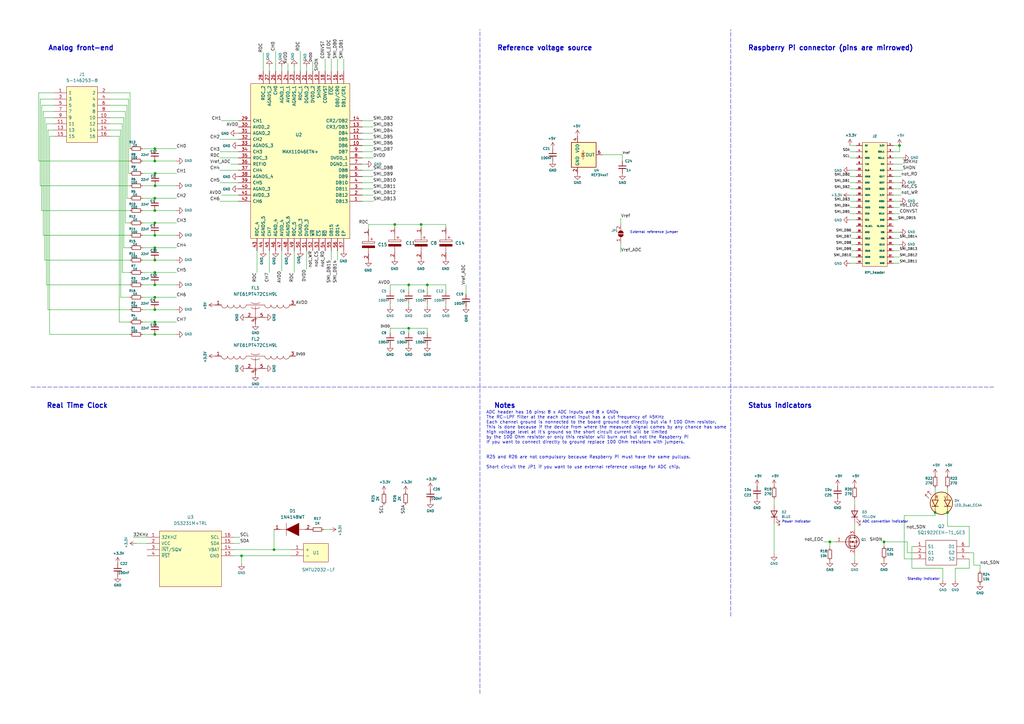
<source format=kicad_sch>
(kicad_sch (version 20211123) (generator eeschema)
  (paper "A3")
  (title_block (title "smuHAT") (date "2021-11-11") (rev "2.2") (company "Institute for Automation of Complex Power Systems - E.ON ERC - RWTH Aachen University") (comment 1 "Author: Carlo Guarnieri Calò Carducci"))
  (lib_symbols
    (symbol "16pin_header:5-146253-8" (pin_names (offset 0.762))
      (property "Reference" "J11" (at 11.43 8.255 0))
      (property "Value" "5-146253-8" (at 11.43 5.715 0))
      (symbol "5-146253-8_0_0"
        (pin passive line (at 0 0 0) (length 5.08) (name "1") (number "1"))
        (pin passive line (at 22.86 -10.16 180) (length 5.08) (name "10") (number "10"))
        (pin passive line (at 0 -12.7 0) (length 5.08) (name "11") (number "11"))
        (pin passive line (at 22.86 -12.7 180) (length 5.08) (name "12") (number "12"))
        (pin passive line (at 0 -15.24 0) (length 5.08) (name "13") (number "13"))
        (pin passive line (at 22.86 -15.24 180) (length 5.08) (name "14") (number "14"))
        (pin passive line (at 0 -17.78 0) (length 5.08) (name "15") (number "15"))
        (pin passive line (at 22.86 -17.78 180) (length 5.08) (name "16") (number "16"))
        (pin passive line (at 22.86 0 180) (length 5.08) (name "2") (number "2"))
        (pin passive line (at 0 -2.54 0) (length 5.08) (name "3") (number "3"))
        (pin passive line (at 22.86 -2.54 180) (length 5.08) (name "4") (number "4"))
        (pin passive line (at 0 -5.08 0) (length 5.08) (name "5") (number "5"))
        (pin passive line (at 22.86 -5.08 180) (length 5.08) (name "6") (number "6"))
        (pin passive line (at 0 -7.62 0) (length 5.08) (name "7") (number "7"))
        (pin passive line (at 22.86 -7.62 180) (length 5.08) (name "8") (number "8"))
        (pin passive line (at 0 -10.16 0) (length 5.08) (name "9") (number "9"))
      )
    )
    (symbol "1N4148WT:1N4148WT" (pin_names (offset 0.762))
      (property "Reference" "D" (at 11.43 5.08 0))
      (property "Value" "1N4148WT" (at 11.43 2.54 0))
      (symbol "1N4148WT_0_0"
        (pin passive line (at 0 0 0) (length 2.54) (name "~") (number "1"))
        (pin passive line (at 15.24 0 180) (length 2.54) (name "~") (number "2"))
      )
    )
    (symbol "Bat_2032_holder:SMTU2032-LF" (pin_names (offset 0.762))
      (property "Reference" "U777" (at 16.51 0.0001 0))
      (property "Value" "SMTU2032-LF" (at 16.51 -2.5399 0))
      (symbol "SMTU2032-LF_0_0"
        (pin passive line (at 0 0 0) (length 5.08) (name "+") (number "1"))
        (pin passive line (at 0 -2.54 0) (length 5.08) (name "-") (number "2"))
      )
    )
    (symbol "DS3231M:DS3231M+TRL" (pin_names (offset 0.762))
      (property "Reference" "U77" (at 17.78 8.255 0))
      (property "Value" "DS3231M+TRL" (at 17.78 5.715 0))
      (symbol "DS3231M+TRL_0_0"
        (pin passive line (at 0 0 0) (length 5.08) (name "32KHZ") (number "1"))
        (pin passive line (at 35.56 -15.24 180) (length 5.08) hide (name "N.C._6") (number "10"))
        (pin passive line (at 35.56 -12.7 180) (length 5.08) hide (name "N.C._7") (number "11"))
        (pin passive line (at 35.56 -10.16 180) (length 5.08) hide (name "N.C._8") (number "12"))
        (pin passive line (at 35.56 -7.62 180) (length 5.08) (name "GND") (number "13"))
        (pin passive line (at 35.56 -5.08 180) (length 5.08) (name "VBAT") (number "14"))
        (pin passive line (at 35.56 -2.54 180) (length 5.08) (name "SDA") (number "15"))
        (pin passive line (at 35.56 0 180) (length 5.08) (name "SCL") (number "16"))
        (pin passive line (at 0 -2.54 0) (length 5.08) (name "VCC") (number "2"))
        (pin passive line (at 0 -5.08 0) (length 5.08) (name "~{INT}/SQW") (number "3"))
        (pin passive line (at 0 -7.62 0) (length 5.08) (name "~{RST}") (number "4"))
        (pin passive line (at 0 -10.16 0) (length 5.08) hide (name "N.C._1") (number "5"))
        (pin passive line (at 0 -12.7 0) (length 5.08) hide (name "N.C._2") (number "6"))
        (pin passive line (at 0 -15.24 0) (length 5.08) hide (name "N.C._3") (number "7"))
        (pin passive line (at 0 -17.78 0) (length 5.08) hide (name "N.C._4") (number "8"))
        (pin passive line (at 35.56 -17.78 180) (length 5.08) hide (name "N.C._5") (number "9"))
      )
    )
    (symbol "Device:C_Small" (pin_numbers hide) (pin_names (offset 0.254) hide)
      (property "Reference" "C" (at 0.254 1.778 0))
      (property "Value" "C_Small" (at 0.254 -2.032 0))
      (symbol "C_Small_1_1"
        (pin passive line (at 0 2.54 270) (length 2.032) (name "~") (number "1"))
        (pin passive line (at 0 -2.54 90) (length 2.032) (name "~") (number "2"))
      )
    )
    (symbol "Device:LED" (pin_numbers hide) (pin_names (offset 1.016) hide)
      (property "Reference" "D" (at 0 2.54 0))
      (property "Value" "LED" (at 0 -2.54 0))
      (symbol "LED_1_1"
        (pin passive line (at -3.81 0 0) (length 2.54) (name "K") (number "1"))
        (pin passive line (at 3.81 0 180) (length 2.54) (name "A") (number "2"))
      )
    )
    (symbol "Device:Q_NMOS_GSD" (pin_names (offset 0) hide)
      (property "Reference" "Q" (at 5.08 1.27 0))
      (property "Value" "Q_NMOS_GSD" (at 5.08 -1.27 0))
      (symbol "Q_NMOS_GSD_1_1"
        (pin input line (at -5.08 0 0) (length 2.54) (name "G") (number "1"))
        (pin passive line (at 2.54 -5.08 90) (length 2.54) (name "S") (number "2"))
        (pin passive line (at 2.54 5.08 270) (length 2.54) (name "D") (number "3"))
      )
    )
    (symbol "Device:R_Small" (pin_numbers hide) (pin_names (offset 0.254) hide)
      (property "Reference" "R" (at 0.762 0.508 0))
      (property "Value" "R_Small" (at 0.762 -1.016 0))
      (symbol "R_Small_1_1"
        (pin passive line (at 0 2.54 270) (length 0.762) (name "~") (number "1"))
        (pin passive line (at 0 -2.54 90) (length 0.762) (name "~") (number "2"))
      )
    )
    (symbol "F981A336MMALZT:F981A336MMALZT" (pin_names (offset 0.762))
      (property "Reference" "C" (at 8.89 6.35 0))
      (property "Value" "F981A336MMALZT" (at 8.89 3.81 0))
      (symbol "F981A336MMALZT_0_0"
        (pin passive line (at 0 0 0) (length 2.54) (name "~") (number "1"))
        (pin passive line (at 12.7 0 180) (length 2.54) (name "~") (number "2"))
      )
    )
    (symbol "Jumper:SolderJumper_2_Open" (pin_names (offset 0) hide)
      (property "Reference" "JP" (at 0 2.032 0))
      (property "Value" "SolderJumper_2_Open" (at 0 -2.54 0))
      (symbol "SolderJumper_2_Open_1_1"
        (pin passive line (at -3.81 0 0) (length 2.54) (name "A") (number "1"))
        (pin passive line (at 3.81 0 180) (length 2.54) (name "B") (number "2"))
      )
    )
    (symbol "MAX11046:MAX11046ETN+" (pin_names (offset 0.762))
      (property "Reference" "U77" (at -25.4 11.43 0))
      (property "Value" "MAX11046ETN+" (at -26.67 16.51 0))
      (symbol "MAX11046ETN+_0_0"
        (pin passive line (at 0 0 0) (length 5.08) (name "DB13") (number "1"))
        (pin passive line (at 0 -22.86 0) (length 5.08) (name "DB6") (number "10"))
        (pin passive line (at 0 -25.4 0) (length 5.08) (name "DB5") (number "11"))
        (pin passive line (at 0 -27.94 0) (length 5.08) (name "DB4") (number "12"))
        (pin passive line (at 0 -30.48 0) (length 5.08) (name "CR3/DB3") (number "13"))
        (pin passive line (at 0 -33.02 0) (length 5.08) (name "CR2/DB2") (number "14"))
        (pin passive line (at 7.62 -53.34 90) (length 5.08) (name "DB1/CR1") (number "15"))
        (pin passive line (at 10.16 -53.34 90) (length 5.08) (name "DB0/CR0") (number "16"))
        (pin passive line (at 12.7 -53.34 90) (length 5.08) (name "~{EOC}") (number "17"))
        (pin passive line (at 15.24 -53.34 90) (length 5.08) (name "CONVST") (number "18"))
        (pin passive line (at 17.78 -53.34 90) (length 5.08) (name "SHDN") (number "19"))
        (pin passive line (at 0 -2.54 0) (length 5.08) (name "DB12") (number "2"))
        (pin power_in line (at 20.32 -53.34 90) (length 5.08) (name "DVDD_2") (number "20"))
        (pin power_in line (at 22.86 -53.34 90) (length 5.08) (name "DGND_2") (number "21"))
        (pin passive line (at 25.4 -53.34 90) (length 5.08) (name "RDC_1") (number "22"))
        (pin power_in line (at 27.94 -53.34 90) (length 5.08) (name "AGNDS_1") (number "23"))
        (pin power_in line (at 30.48 -53.34 90) (length 5.08) (name "AVDD_1") (number "24"))
        (pin power_in line (at 33.02 -53.34 90) (length 5.08) (name "AGND_1") (number "25"))
        (pin passive line (at 35.56 -53.34 90) (length 5.08) (name "CH0") (number "26"))
        (pin power_in line (at 38.1 -53.34 90) (length 5.08) (name "AGNDS_2") (number "27"))
        (pin passive line (at 40.64 -53.34 90) (length 5.08) (name "RDC_2") (number "28"))
        (pin passive line (at 50.8 -33.02 180) (length 5.08) (name "CH1") (number "29"))
        (pin passive line (at 0 -5.08 0) (length 5.08) (name "DB11") (number "3"))
        (pin power_in line (at 50.8 -30.48 180) (length 5.08) (name "AVDD_2") (number "30"))
        (pin power_in line (at 50.8 -27.94 180) (length 5.08) (name "AGND_2") (number "31"))
        (pin passive line (at 50.8 -25.4 180) (length 5.08) (name "CH2") (number "32"))
        (pin power_in line (at 50.8 -22.86 180) (length 5.08) (name "AGNDS_3") (number "33"))
        (pin passive line (at 50.8 -20.32 180) (length 5.08) (name "CH3") (number "34"))
        (pin passive line (at 50.8 -17.78 180) (length 5.08) (name "RDC_3") (number "35"))
        (pin bidirectional line (at 50.8 -15.24 180) (length 5.08) (name "REFIO") (number "36"))
        (pin passive line (at 50.8 -12.7 180) (length 5.08) (name "CH4") (number "37"))
        (pin power_in line (at 50.8 -10.16 180) (length 5.08) (name "AGNDS_4") (number "38"))
        (pin passive line (at 50.8 -7.62 180) (length 5.08) (name "CH5") (number "39"))
        (pin passive line (at 0 -7.62 0) (length 5.08) (name "DB10") (number "4"))
        (pin power_in line (at 50.8 -5.08 180) (length 5.08) (name "AGND_3") (number "40"))
        (pin power_in line (at 50.8 -2.54 180) (length 5.08) (name "AVDD_3") (number "41"))
        (pin passive line (at 50.8 0 180) (length 5.08) (name "CH6") (number "42"))
        (pin passive line (at 43.18 20.32 270) (length 5.08) (name "RDC_4") (number "43"))
        (pin power_in line (at 40.64 20.32 270) (length 5.08) (name "AGNDS_5") (number "44"))
        (pin passive line (at 38.1 20.32 270) (length 5.08) (name "CH7") (number "45"))
        (pin power_in line (at 35.56 20.32 270) (length 5.08) (name "AGND_4") (number "46"))
        (pin power_in line (at 33.02 20.32 270) (length 5.08) (name "AVDD_4") (number "47"))
        (pin power_in line (at 30.48 20.32 270) (length 5.08) (name "AGNDS_6") (number "48"))
        (pin passive line (at 27.94 20.32 270) (length 5.08) (name "RDC_5") (number "49"))
        (pin passive line (at 0 -10.16 0) (length 5.08) (name "DB9") (number "5"))
        (pin power_in line (at 25.4 20.32 270) (length 5.08) (name "DGND_3") (number "50"))
        (pin power_in line (at 22.86 20.32 270) (length 5.08) (name "DVDD_3") (number "51"))
        (pin passive line (at 20.32 20.32 270) (length 5.08) (name "~{WR}") (number "52"))
        (pin input line (at 17.78 20.32 270) (length 5.08) (name "~{CS}") (number "53"))
        (pin passive line (at 15.24 20.32 270) (length 5.08) (name "~{RD}") (number "54"))
        (pin passive line (at 12.7 20.32 270) (length 5.08) (name "DB15") (number "55"))
        (pin passive line (at 10.16 20.32 270) (length 5.08) (name "DB14") (number "56"))
        (pin passive line (at 7.62 20.32 270) (length 5.08) (name "EP") (number "57"))
        (pin passive line (at 0 -12.7 0) (length 5.08) (name "DB8") (number "6"))
        (pin power_in line (at 0 -15.24 0) (length 5.08) (name "DGND_1") (number "7"))
        (pin power_in line (at 0 -17.78 0) (length 5.08) (name "DVDD_1") (number "8"))
        (pin passive line (at 0 -20.32 0) (length 5.08) (name "DB7") (number "9"))
      )
    )
    (symbol "NFE61PT472C1H9L:NFE61PT472C1H9L" (pin_names (offset 0.762))
      (property "Reference" "FL" (at 25.4 11.43 0))
      (property "Value" "NFE61PT472C1H9L" (at 25.4 8.89 0))
      (symbol "NFE61PT472C1H9L_0_0"
        (pin passive line (at 0 0 0) (length 2.54) (name "~") (number "1"))
        (pin passive line (at 12.7 -5.08 0) (length 2.54) (name "~") (number "2"))
        (pin passive line (at 33.02 0 180) (length 2.54) (name "~") (number "3"))
        (pin passive line (at 16.51 -7.62 90) (length 2.54) (name "~") (number "4"))
        (pin passive line (at 20.32 -5.08 180) (length 2.54) (name "~") (number "5"))
      )
    )
    (symbol "SQ1922EEH-T1_GE3:SQ1922EEH-T1_GE3" (pin_names (offset 0.762))
      (property "Reference" "IC" (at 19.05 7.62 0))
      (property "Value" "SQ1922EEH-T1_GE3" (at 19.05 5.08 0))
      (symbol "SQ1922EEH-T1_GE3_0_0"
        (pin passive line (at 0 0 0) (length 5.08) (name "S1") (number "1"))
        (pin passive line (at 0 -2.54 0) (length 5.08) (name "G1") (number "2"))
        (pin passive line (at 0 -5.08 0) (length 5.08) (name "D2") (number "3"))
        (pin passive line (at 22.86 -5.08 180) (length 5.08) (name "S2") (number "4"))
        (pin passive line (at 22.86 -2.54 180) (length 5.08) (name "G2") (number "5"))
        (pin passive line (at 22.86 0 180) (length 5.08) (name "D1") (number "6"))
      )
    )
    (symbol "power:+3.3V" (power) (pin_names (offset 0))
      (property "Value" "+3.3V" (at 0 3.556 0))
      (symbol "+3.3V_1_1"
        (pin power_in line (at 0 0 90) (length 0) hide (name "+3.3V") (number "1"))
      )
    )
    (symbol "power:+5V" (power) (pin_names (offset 0))
      (property "Value" "+5V" (at 0 3.556 0))
      (symbol "+5V_1_1"
        (pin power_in line (at 0 0 90) (length 0) hide (name "+5V") (number "1"))
      )
    )
    (symbol "power:GND" (power) (pin_names (offset 0))
      (property "Value" "GND" (at 0 -3.81 0))
      (symbol "GND_1_1"
        (pin power_in line (at 0 0 270) (length 0) hide (name "GND") (number "1"))
      )
    )
    (symbol "smu:LED_Dual_CCAA" (pin_names (offset 0) hide)
      (property "Reference" "D" (at 0 5.715 0))
      (property "Value" "LED_Dual_CCAA" (at 0 -6.35 0))
      (symbol "LED_Dual_CCAA_1_1"
        (pin input line (at -3.81 -2.54 0) (length 0) hide (name "K2") (number "1"))
        (pin input line (at -3.81 2.54 0) (length 0) hide (name "K1") (number "2"))
        (pin input line (at 3.81 2.54 180) (length 0) hide (name "A1") (number "3"))
        (pin input line (at 3.81 -2.54 180) (length 0) hide (name "A2") (number "4"))
      )
    )
    (symbol "smu:REF34xxT"
      (property "Reference" "U" (at 1.27 8.255 0))
      (property "Value" "REF34xxT" (at 1.27 6.35 0))
      (symbol "REF34xxT_1_1"
        (pin no_connect line (at 2.54 -7.62 90) (length 2.54) hide (name "NC") (number "1"))
        (pin power_in line (at 0 -7.62 90) (length 2.54) (name "GND") (number "2"))
        (pin no_connect line (at 2.54 -7.62 90) (length 2.54) hide (name "NC") (number "3"))
        (pin power_in line (at 0 7.62 270) (length 2.54) (name "VDD") (number "4"))
        (pin no_connect line (at 2.54 -7.62 90) (length 2.54) hide (name "NC") (number "5"))
        (pin power_out line (at 10.16 0 180) (length 2.54) (name "OUT") (number "6"))
      )
    )
    (symbol "smu:RPI_header" (pin_names (offset 1.016))
      (property "Reference" "U" (at 0 27.94 0))
      (property "Value" "RPI_header" (at 0 -27.94 0))
      (symbol "RPI_header_1_1"
        (pin power_out line (at -7.62 24.13 0) (length 2.54) (name "3.3V") (number "1"))
        (pin input line (at 7.62 13.97 180) (length 2.54) (name "RxD") (number "10"))
        (pin input line (at -7.62 11.43 0) (length 2.54) (name "IO17") (number "11"))
        (pin input line (at 7.62 11.43 180) (length 2.54) (name "IO18") (number "12"))
        (pin input line (at -7.62 8.89 0) (length 2.54) (name "IO27") (number "13"))
        (pin power_in line (at 7.62 8.89 180) (length 2.54) (name "GND") (number "14"))
        (pin input line (at -7.62 6.35 0) (length 2.54) (name "IO22") (number "15"))
        (pin input line (at 7.62 6.35 180) (length 2.54) (name "IO23") (number "16"))
        (pin power_out line (at -7.62 3.81 0) (length 2.54) (name "3.3V") (number "17"))
        (pin input line (at 7.62 3.81 180) (length 2.54) (name "IO24") (number "18"))
        (pin input line (at -7.62 1.27 0) (length 2.54) (name "MOSI") (number "19"))
        (pin power_out line (at 7.62 24.13 180) (length 2.54) (name "5V") (number "2"))
        (pin power_in line (at 7.62 1.27 180) (length 2.54) (name "GND") (number "20"))
        (pin input line (at -7.62 -1.27 0) (length 2.54) (name "MISO") (number "21"))
        (pin input line (at 7.62 -1.27 180) (length 2.54) (name "IO25") (number "22"))
        (pin input line (at -7.62 -3.81 0) (length 2.54) (name "SCLK") (number "23"))
        (pin input line (at 7.62 -3.81 180) (length 2.54) (name "CE0") (number "24"))
        (pin power_in line (at -7.62 -6.35 0) (length 2.54) (name "GND") (number "25"))
        (pin input line (at 7.62 -6.35 180) (length 2.54) (name "CE1") (number "26"))
        (pin input line (at -7.62 -8.89 0) (length 2.54) (name "ID_SDA") (number "27"))
        (pin input line (at 7.62 -8.89 180) (length 2.54) (name "ID_SCL") (number "28"))
        (pin input line (at -7.62 -11.43 0) (length 2.54) (name "IO5") (number "29"))
        (pin input line (at -7.62 21.59 0) (length 2.54) (name "SDA.1") (number "3"))
        (pin power_in line (at 7.62 -11.43 180) (length 2.54) (name "GND") (number "30"))
        (pin input line (at -7.62 -13.97 0) (length 2.54) (name "IO6") (number "31"))
        (pin input line (at 7.62 -13.97 180) (length 2.54) (name "IO12") (number "32"))
        (pin input line (at -7.62 -16.51 0) (length 2.54) (name "IO13") (number "33"))
        (pin power_in line (at 7.62 -16.51 180) (length 2.54) (name "GND") (number "34"))
        (pin input line (at -7.62 -19.05 0) (length 2.54) (name "IO19") (number "35"))
        (pin input line (at 7.62 -19.05 180) (length 2.54) (name "IO16") (number "36"))
        (pin input line (at -7.62 -21.59 0) (length 2.54) (name "IO26") (number "37"))
        (pin input line (at 7.62 -21.59 180) (length 2.54) (name "IO20") (number "38"))
        (pin power_in line (at -7.62 -24.13 0) (length 2.54) (name "GND") (number "39"))
        (pin power_out line (at 7.62 21.59 180) (length 2.54) (name "5V") (number "4"))
        (pin input line (at 7.62 -24.13 180) (length 2.54) (name "IO21") (number "40"))
        (pin input line (at -7.62 19.05 0) (length 2.54) (name "SCL.1") (number "5"))
        (pin power_in line (at 7.62 19.05 180) (length 2.54) (name "GND") (number "6"))
        (pin input line (at -7.62 16.51 0) (length 2.54) (name "IO4") (number "7"))
        (pin input line (at 7.62 16.51 180) (length 2.54) (name "TxD") (number "8"))
        (pin power_in line (at -7.62 13.97 0) (length 2.54) (name "GND") (number "9"))
      )
    )
  )
  (junction (at 63.5 127))
  (junction (at 63.5 66.04))
  (junction (at 362.585 222.25))
  (junction (at 112.395 225.425))
  (junction (at 340.36 222.25))
  (junction (at 63.627 76.2))
  (junction (at 63.5 121.92))
  (junction (at 172.72 92.075))
  (junction (at 161.925 92.075))
  (junction (at 63.5 60.96))
  (junction (at 388.62 210.185))
  (junction (at 383.54 210.185))
  (junction (at 63.5 81.28))
  (junction (at 63.5 96.52))
  (junction (at 99.06 227.965))
  (junction (at 63.5 111.76))
  (junction (at 63.5 101.6))
  (junction (at 63.5 116.84))
  (junction (at 63.5 91.44))
  (junction (at 63.627 71.12))
  (junction (at 167.64 116.84))
  (junction (at 167.64 134.62))
  (junction (at 175.26 116.84))
  (junction (at 63.5 86.36))
  (junction (at 63.5 132.08))
  (junction (at 63.5 137.16))
  (junction (at 368.935 59.69))
  (junction (at 63.5 106.68))
  (wire (pts (xy 50.165 111.76) (xy 53.34 111.76)))
  (wire (pts (xy 148.59 82.55) (xy 153.035 82.55)))
  (wire (pts (xy 19.685 53.34) (xy 19.685 127)))
  (wire (pts (xy 397.51 233.045) (xy 391.795 233.045)))
  (wire (pts (xy 90.17 57.15) (xy 97.79 57.15)))
  (wire (pts (xy 63.5 81.28) (xy 72.39 81.28)))
  (wire (pts (xy 58.42 76.2) (xy 63.627 76.2)))
  (wire (pts (xy 372.11 226.695) (xy 372.11 222.25)))
  (wire (pts (xy 90.805 80.01) (xy 97.79 80.01)))
  (wire (pts (xy 369.57 77.47) (xy 366.395 77.47)))
  (wire (pts (xy 90.17 69.85) (xy 97.79 69.85)))
  (wire (pts (xy 45.085 48.26) (xy 50.8 48.26)))
  (wire (pts (xy 115.57 27.305) (xy 115.57 29.21)))
  (wire (pts (xy 58.42 111.76) (xy 63.5 111.76)))
  (wire (pts (xy 51.435 91.44) (xy 53.34 91.44)))
  (wire (pts (xy 340.36 222.25) (xy 342.9 222.25)))
  (wire (pts (xy 110.49 111.76) (xy 110.49 102.87)))
  (wire (pts (xy 63.5 121.92) (xy 72.39 121.92)))
  (wire (pts (xy 370.205 67.31) (xy 366.395 67.31)))
  (wire (pts (xy 110.49 27.305) (xy 110.49 29.21)))
  (wire (pts (xy 45.085 40.64) (xy 52.705 40.64)))
  (wire (pts (xy 148.59 52.07) (xy 153.035 52.07)))
  (wire (pts (xy 138.43 24.13) (xy 138.43 29.21)))
  (wire (pts (xy 45.085 45.72) (xy 51.435 45.72)))
  (wire (pts (xy 348.615 74.93) (xy 351.155 74.93)))
  (wire (pts (xy 148.59 74.93) (xy 153.035 74.93)))
  (polyline (pts (xy 196.85 284.48) (xy 196.85 12.065)))
  (wire (pts (xy 50.8 48.26) (xy 50.8 101.6)))
  (wire (pts (xy 19.05 116.84) (xy 53.34 116.84)))
  (wire (pts (xy 113.03 20.955) (xy 113.03 29.21)))
  (wire (pts (xy 254.635 103.505) (xy 254.635 99.695)))
  (wire (pts (xy 397.51 215.9) (xy 397.51 224.155)))
  (wire (pts (xy 337.82 222.25) (xy 340.36 222.25)))
  (wire (pts (xy 148.59 54.61) (xy 153.035 54.61)))
  (wire (pts (xy 340.36 224.79) (xy 340.36 222.25)))
  (wire (pts (xy 161.925 93.345) (xy 161.925 92.075)))
  (wire (pts (xy 15.875 38.1) (xy 15.875 66.04)))
  (wire (pts (xy 22.225 53.34) (xy 19.685 53.34)))
  (wire (pts (xy 58.42 121.92) (xy 63.5 121.92)))
  (wire (pts (xy 45.085 55.88) (xy 48.895 55.88)))
  (wire (pts (xy 369.57 80.01) (xy 366.395 80.01)))
  (wire (pts (xy 182.88 124.46) (xy 182.88 125.73)))
  (wire (pts (xy 58.42 91.44) (xy 63.5 91.44)))
  (wire (pts (xy 388.62 210.185) (xy 388.62 215.9)))
  (wire (pts (xy 348.615 77.47) (xy 351.155 77.47)))
  (wire (pts (xy 125.73 27.305) (xy 125.73 29.21)))
  (wire (pts (xy 22.225 43.18) (xy 17.145 43.18)))
  (wire (pts (xy 48.895 55.88) (xy 48.895 132.08)))
  (wire (pts (xy 167.64 116.84) (xy 160.02 116.84)))
  (wire (pts (xy 255.27 63.5) (xy 247.015 63.5)))
  (wire (pts (xy 350.52 229.87) (xy 350.52 227.33)))
  (wire (pts (xy 54.61 220.345) (xy 60.325 220.345)))
  (wire (pts (xy 63.5 66.04) (xy 72.39 66.04)))
  (wire (pts (xy 22.225 50.8) (xy 19.05 50.8)))
  (wire (pts (xy 374.65 224.155) (xy 374.015 224.155)))
  (wire (pts (xy 22.225 45.72) (xy 17.78 45.72)))
  (wire (pts (xy 63.5 116.84) (xy 72.39 116.84)))
  (wire (pts (xy 383.54 209.55) (xy 383.54 210.185)))
  (wire (pts (xy 148.59 80.01) (xy 153.035 80.01)))
  (wire (pts (xy 175.26 124.46) (xy 175.26 125.73)))
  (wire (pts (xy 374.015 233.045) (xy 386.715 233.045)))
  (wire (pts (xy 17.145 43.18) (xy 17.145 86.36)))
  (wire (pts (xy 90.17 82.55) (xy 97.79 82.55)))
  (wire (pts (xy 63.5 127) (xy 72.39 127)))
  (wire (pts (xy 182.88 92.075) (xy 172.72 92.075)))
  (wire (pts (xy 349.25 95.25) (xy 351.155 95.25)))
  (wire (pts (xy 348.615 82.55) (xy 351.155 82.55)))
  (wire (pts (xy 167.64 124.46) (xy 167.64 125.73)))
  (wire (pts (xy 153.035 64.77) (xy 148.59 64.77)))
  (wire (pts (xy 63.5 132.08) (xy 72.39 132.08)))
  (wire (pts (xy 370.84 211.455) (xy 383.54 211.455)))
  (wire (pts (xy 58.42 127) (xy 63.5 127)))
  (wire (pts (xy 172.72 92.075) (xy 161.925 92.075)))
  (wire (pts (xy 95.885 225.425) (xy 112.395 225.425)))
  (wire (pts (xy 368.935 87.63) (xy 366.395 87.63)))
  (wire (pts (xy 58.42 116.84) (xy 63.5 116.84)))
  (wire (pts (xy 15.875 66.04) (xy 53.34 66.04)))
  (wire (pts (xy 362.585 222.25) (xy 362.585 224.155)))
  (wire (pts (xy 366.395 74.93) (xy 368.935 74.93)))
  (wire (pts (xy 167.64 134.62) (xy 167.64 136.525)))
  (wire (pts (xy 348.615 90.17) (xy 351.155 90.17)))
  (wire (pts (xy 90.17 74.93) (xy 97.79 74.93)))
  (wire (pts (xy 351.155 107.95) (xy 348.615 107.95)))
  (wire (pts (xy 45.085 50.8) (xy 50.165 50.8)))
  (wire (pts (xy 22.225 38.1) (xy 15.875 38.1)))
  (wire (pts (xy 349.25 97.79) (xy 351.155 97.79)))
  (wire (pts (xy 151.13 92.075) (xy 161.925 92.075)))
  (wire (pts (xy 17.145 86.36) (xy 53.34 86.36)))
  (wire (pts (xy 172.72 93.345) (xy 172.72 92.075)))
  (wire (pts (xy 18.415 106.68) (xy 53.34 106.68)))
  (wire (pts (xy 160.02 116.84) (xy 160.02 119.38)))
  (wire (pts (xy 63.5 111.76) (xy 72.39 111.76)))
  (wire (pts (xy 52.07 43.18) (xy 52.07 81.28)))
  (wire (pts (xy 370.205 69.85) (xy 366.395 69.85)))
  (wire (pts (xy 348.615 87.63) (xy 351.155 87.63)))
  (wire (pts (xy 16.51 40.64) (xy 16.51 76.2)))
  (wire (pts (xy 45.085 53.34) (xy 49.53 53.34)))
  (wire (pts (xy 128.27 25.4) (xy 128.27 29.21)))
  (wire (pts (xy 58.42 81.28) (xy 63.5 81.28)))
  (wire (pts (xy 52.07 81.28) (xy 53.34 81.28)))
  (wire (pts (xy 182.88 116.84) (xy 182.88 119.38)))
  (wire (pts (xy 399.415 231.775) (xy 401.955 231.775)))
  (wire (pts (xy 149.86 67.31) (xy 148.59 67.31)))
  (wire (pts (xy 95.885 227.965) (xy 99.06 227.965)))
  (wire (pts (xy 63.5 60.96) (xy 72.39 60.96)))
  (wire (pts (xy 135.89 102.87) (xy 135.89 106.68)))
  (wire (pts (xy 148.59 77.47) (xy 153.035 77.47)))
  (wire (pts (xy 397.51 229.235) (xy 397.51 233.045)))
  (wire (pts (xy 182.88 93.345) (xy 182.88 92.075)))
  (wire (pts (xy 52.705 71.12) (xy 53.34 71.12)))
  (wire (pts (xy 368.3 90.17) (xy 366.395 90.17)))
  (wire (pts (xy 90.17 64.77) (xy 97.79 64.77)))
  (wire (pts (xy 63.5 91.44) (xy 72.39 91.44)))
  (wire (pts (xy 19.05 50.8) (xy 19.05 116.84)))
  (wire (pts (xy 349.25 102.87) (xy 351.155 102.87)))
  (wire (pts (xy 58.42 86.36) (xy 63.5 86.36)))
  (wire (pts (xy 120.65 27.305) (xy 120.65 29.21)))
  (wire (pts (xy 167.64 116.84) (xy 167.64 119.38)))
  (wire (pts (xy 49.53 121.92) (xy 53.34 121.92)))
  (wire (pts (xy 175.26 134.62) (xy 167.64 134.62)))
  (wire (pts (xy 175.26 136.525) (xy 175.26 134.62)))
  (wire (pts (xy 374.65 229.235) (xy 370.84 229.235)))
  (wire (pts (xy 63.5 101.6) (xy 72.39 101.6)))
  (wire (pts (xy 123.19 20.955) (xy 123.19 29.21)))
  (polyline (pts (xy 299.72 252.73) (xy 299.72 12.065)))
  (wire (pts (xy 132.715 217.17) (xy 135.255 217.17)))
  (wire (pts (xy 369.57 72.39) (xy 366.395 72.39)))
  (wire (pts (xy 370.205 64.77) (xy 366.395 64.77)))
  (wire (pts (xy 374.015 224.155) (xy 374.015 233.045)))
  (wire (pts (xy 90.805 49.53) (xy 97.79 49.53)))
  (wire (pts (xy 348.615 85.09) (xy 351.155 85.09)))
  (wire (pts (xy 368.935 95.25) (xy 366.395 95.25)))
  (wire (pts (xy 148.59 59.69) (xy 153.035 59.69)))
  (wire (pts (xy 118.11 26.035) (xy 118.11 29.21)))
  (wire (pts (xy 97.155 54.61) (xy 97.79 54.61)))
  (wire (pts (xy 361.95 222.25) (xy 362.585 222.25)))
  (wire (pts (xy 58.42 71.12) (xy 63.627 71.12)))
  (wire (pts (xy 391.795 233.045) (xy 391.795 238.125)))
  (wire (pts (xy 148.59 49.53) (xy 153.035 49.53)))
  (wire (pts (xy 348.615 72.39) (xy 351.155 72.39)))
  (wire (pts (xy 63.5 96.52) (xy 72.39 96.52)))
  (wire (pts (xy 362.585 222.25) (xy 372.11 222.25)))
  (wire (pts (xy 20.32 137.16) (xy 20.32 55.88)))
  (wire (pts (xy 401.955 234.315) (xy 401.955 231.775)))
  (wire (pts (xy 349.25 100.33) (xy 351.155 100.33)))
  (wire (pts (xy 175.26 116.84) (xy 167.64 116.84)))
  (wire (pts (xy 388.62 209.55) (xy 388.62 210.185)))
  (wire (pts (xy 374.65 226.695) (xy 372.11 226.695)))
  (wire (pts (xy 362.585 229.87) (xy 362.585 229.235)))
  (wire (pts (xy 255.27 63.5) (xy 255.27 66.04)))
  (wire (pts (xy 49.53 53.34) (xy 49.53 121.92)))
  (polyline (pts (xy 12.7 158.75) (xy 407.67 158.75)))
  (wire (pts (xy 63.627 76.2) (xy 72.39 76.2)))
  (wire (pts (xy 366.395 59.69) (xy 368.935 59.69)))
  (wire (pts (xy 388.62 202.565) (xy 388.62 200.025)))
  (wire (pts (xy 58.42 96.52) (xy 63.5 96.52)))
  (wire (pts (xy 133.35 24.13) (xy 133.35 29.21)))
  (wire (pts (xy 20.32 137.16) (xy 53.34 137.16)))
  (wire (pts (xy 16.51 76.2) (xy 53.34 76.2)))
  (wire (pts (xy 125.73 110.49) (xy 125.73 102.87)))
  (wire (pts (xy 95.885 220.345) (xy 98.425 220.345)))
  (wire (pts (xy 148.59 69.85) (xy 153.035 69.85)))
  (wire (pts (xy 148.59 72.39) (xy 153.035 72.39)))
  (wire (pts (xy 148.59 62.23) (xy 153.035 62.23)))
  (wire (pts (xy 18.415 48.26) (xy 18.415 106.68)))
  (wire (pts (xy 351.155 80.01) (xy 348.615 80.01)))
  (wire (pts (xy 151.13 92.075) (xy 151.13 93.98)))
  (wire (pts (xy 55.88 222.885) (xy 60.325 222.885)))
  (wire (pts (xy 368.935 107.95) (xy 366.395 107.95)))
  (wire (pts (xy 386.715 233.045) (xy 386.715 238.125)))
  (wire (pts (xy 17.78 45.72) (xy 17.78 96.52)))
  (wire (pts (xy 95.885 222.885) (xy 98.425 222.885)))
  (wire (pts (xy 366.395 82.55) (xy 368.935 82.55)))
  (wire (pts (xy 368.935 105.41) (xy 366.395 105.41)))
  (wire (pts (xy 397.51 226.695) (xy 399.415 226.695)))
  (wire (pts (xy 160.02 134.62) (xy 167.64 134.62)))
  (wire (pts (xy 94.615 67.31) (xy 97.79 67.31)))
  (wire (pts (xy 45.085 38.1) (xy 53.34 38.1)))
  (wire (pts (xy 175.26 116.84) (xy 175.26 119.38)))
  (wire (pts (xy 351.155 62.23) (xy 348.615 62.23)))
  (wire (pts (xy 138.43 102.87) (xy 138.43 106.68)))
  (wire (pts (xy 115.57 111.125) (xy 115.57 102.87)))
  (wire (pts (xy 317.5 214.63) (xy 317.5 227.33)))
  (wire (pts (xy 366.395 102.87) (xy 368.935 102.87)))
  (wire (pts (xy 63.5 137.16) (xy 72.39 137.16)))
  (wire (pts (xy 160.02 124.46) (xy 160.02 125.73)))
  (wire (pts (xy 350.52 214.63) (xy 350.52 217.17)))
  (wire (pts (xy 370.84 229.235) (xy 370.84 211.455)))
  (wire (pts (xy 17.78 96.52) (xy 53.34 96.52)))
  (wire (pts (xy 105.41 111.76) (xy 105.41 102.87)))
  (wire (pts (xy 58.42 66.04) (xy 63.5 66.04)))
  (wire (pts (xy 58.42 60.96) (xy 63.5 60.96)))
  (wire (pts (xy 368.935 85.09) (xy 366.395 85.09)))
  (wire (pts (xy 112.395 225.425) (xy 119.38 225.425)))
  (wire (pts (xy 254.635 89.535) (xy 254.635 92.075)))
  (wire (pts (xy 53.34 38.1) (xy 53.34 60.96)))
  (wire (pts (xy 50.8 101.6) (xy 53.34 101.6)))
  (wire (pts (xy 383.54 210.185) (xy 383.54 211.455)))
  (wire (pts (xy 45.085 43.18) (xy 52.07 43.18)))
  (wire (pts (xy 182.88 116.84) (xy 175.26 116.84)))
  (wire (pts (xy 383.54 200.025) (xy 383.54 202.565)))
  (wire (pts (xy 19.685 127) (xy 53.34 127)))
  (wire (pts (xy 22.225 48.26) (xy 18.415 48.26)))
  (wire (pts (xy 399.415 226.695) (xy 399.415 231.775)))
  (wire (pts (xy 58.42 132.08) (xy 63.5 132.08)))
  (wire (pts (xy 351.155 69.85) (xy 348.615 69.85)))
  (wire (pts (xy 20.32 55.88) (xy 22.225 55.88)))
  (wire (pts (xy 63.5 86.36) (xy 72.39 86.36)))
  (wire (pts (xy 63.627 71.12) (xy 72.39 71.12)))
  (wire (pts (xy 349.25 105.41) (xy 351.155 105.41)))
  (wire (pts (xy 112.395 217.17) (xy 112.395 225.425)))
  (wire (pts (xy 107.95 21.59) (xy 107.95 29.21)))
  (wire (pts (xy 58.42 106.68) (xy 63.5 106.68)))
  (wire (pts (xy 368.935 100.33) (xy 366.395 100.33)))
  (wire (pts (xy 140.97 24.13) (xy 140.97 29.21)))
  (wire (pts (xy 51.435 45.72) (xy 51.435 91.44)))
  (wire (pts (xy 350.52 204.47) (xy 350.52 207.01)))
  (wire (pts (xy 317.5 204.47) (xy 317.5 207.01)))
  (wire (pts (xy 160.02 136.525) (xy 160.02 134.62)))
  (wire (pts (xy 52.705 40.64) (xy 52.705 71.12)))
  (wire (pts (xy 148.59 57.15) (xy 153.035 57.15)))
  (wire (pts (xy 48.895 132.08) (xy 53.34 132.08)))
  (wire (pts (xy 50.165 50.8) (xy 50.165 111.76)))
  (wire (pts (xy 351.155 59.69) (xy 348.615 59.69)))
  (wire (pts (xy 368.935 62.23) (xy 368.935 59.69)))
  (wire (pts (xy 63.5 106.68) (xy 72.39 106.68)))
  (wire (pts (xy 191.135 116.84) (xy 191.135 120.65)))
  (wire (pts (xy 119.38 227.965) (xy 99.06 227.965)))
  (wire (pts (xy 366.395 62.23) (xy 368.935 62.23)))
  (wire (pts (xy 351.155 64.77) (xy 348.615 64.77)))
  (wire (pts (xy 368.935 97.79) (xy 366.395 97.79)))
  (wire (pts (xy 22.225 40.64) (xy 16.51 40.64)))
  (wire (pts (xy 58.42 137.16) (xy 63.5 137.16)))
  (wire (pts (xy 99.06 227.965) (xy 99.06 231.14)))
  (wire (pts (xy 90.17 62.23) (xy 97.79 62.23)))
  (wire (pts (xy 135.89 24.13) (xy 135.89 29.21)))
  (wire (pts (xy 388.62 215.9) (xy 397.51 215.9)))
  (wire (pts (xy 58.42 101.6) (xy 63.5 101.6)))
  (wire (pts (xy 120.65 111.76) (xy 120.65 102.87)))
  (text "External reference jumper" (at 258.445 95.885 0) (effects (font (size 0.9906 0.9906)) (justify left bottom)))
  (text "Raspberry Pi connector (pins are mirrowed)" (at 306.705 20.955 0) (effects (font (size 2.0066 2.0066) (thickness 0.4013) bold) (justify left bottom)))
  (text "Real Time Clock" (at 19.05 167.64 0) (effects (font (size 2.0066 2.0066) (thickness 0.4013) bold) (justify left bottom)))
  (text "Standby indicator" (at 372.11 238.125 0) (effects (font (size 0.9906 0.9906)) (justify left bottom)))
  (text "Power Indicator" (at 320.675 214.63 0) (effects (font (size 0.9906 0.9906)) (justify left bottom)))
  (text "Status indicators" (at 306.705 167.64 0) (effects (font (size 2.0066 2.0066) (thickness 0.4013) bold) (justify left bottom)))
  (text "ADC convertion indicator" (at 353.695 214.63 0) (effects (font (size 0.9906 0.9906)) (justify left bottom)))
  (text "Reference voltage source" (at 203.835 20.955 0) (effects (font (size 2.0066 2.0066) (thickness 0.4013) bold) (justify left bottom)))
  (text "ADC header has 16 pins: 8 x ADC inputs and 8 x GNDs\nThe RC-LPF filter at the each chanel input has a cut frequency of 45KHz\nEach channel ground is nonnected to the board ground not directly but via f 100 Ohm resistor.\nThis is done because if the device from where the measured signal comes by any chance has some\nhigh voltage level at it's ground so the short circuit current will be limited \nby the 100 Ohm resistor or only this resistor will burn out but not the Raspberry Pi\nIf you want to connect directly to ground replace 100 Ohm resistors with jumpers.\n\n\nR25 and R26 are not compulsory because Raspberry Pi must have the same pullups.\n\nShort circuit the JP1 if you want to use external reference voltage for ADC chip." (at 199.39 192.405 0) (effects (font (size 1.27 1.27)) (justify left bottom)))
  (text "Notes" (at 202.565 167.64 0) (effects (font (size 2.0066 2.0066) (thickness 0.4013) bold) (justify left bottom)))
  (text "Analog front-end" (at 19.685 20.955 0) (effects (font (size 2.0066 2.0066) (thickness 0.4013) bold) (justify left bottom)))
  (label "CH1" (at 90.805 49.53 180))
  (label "SMI_DB11" (at 368.935 107.95 0) (effects (font (size 0.9906 0.9906))))
  (label "CH4" (at 90.17 69.85 180))
  (label "SMI_DB9" (at 349.25 102.87 180) (effects (font (size 0.9906 0.9906))))
  (label "not_CS" (at 369.57 77.47 0))
  (label "CH0" (at 72.39 60.96 0))
  (label "SMI_DB14" (at 138.43 106.68 270))
  (label "RDC" (at 120.65 111.76 270))
  (label "CH0" (at 113.03 20.955 90))
  (label "Vref_ADC" (at 191.135 116.84 90))
  (label "CH2" (at 90.17 57.15 180))
  (label "RDC" (at 90.17 64.77 180))
  (label "not_EOC" (at 135.89 24.13 90))
  (label "SMI_DB3" (at 153.035 52.07 0))
  (label "SMI_DB13" (at 153.035 82.55 0))
  (label "CH2" (at 72.39 81.28 0))
  (label "not_SDN" (at 379.73 217.17 180))
  (label "CH7" (at 72.39 132.08 0))
  (label "SHDN" (at 130.81 29.21 90))
  (label "SMI_DB5" (at 348.615 87.63 180) (effects (font (size 0.9906 0.9906))))
  (label "SMI_DB4" (at 153.035 54.61 0))
  (label "CH5" (at 72.39 111.76 0))
  (label "CH4" (at 72.39 101.6 0))
  (label "not_WR" (at 369.57 80.01 0))
  (label "not_EOC" (at 337.82 222.25 180))
  (label "SDA" (at 98.425 222.885 0))
  (label "SMI_DB7" (at 349.25 97.79 180) (effects (font (size 0.9906 0.9906))))
  (label "AVDD" (at 90.805 80.01 180))
  (label "SMI_DB9" (at 153.035 72.39 0))
  (label "RDC" (at 107.95 21.59 90))
  (label "SMI_DB5" (at 153.035 57.15 0))
  (label "SMI_DB0" (at 138.43 24.13 90))
  (label "not_EOC" (at 368.935 85.09 0))
  (label "SMI_DB1" (at 348.615 74.93 180) (effects (font (size 0.9906 0.9906))))
  (label "CH1" (at 72.39 71.12 0))
  (label "SMI_DB15" (at 135.89 106.68 270))
  (label "AVDD" (at 97.79 52.07 180))
  (label "DVDD" (at 121.285 146.05 0) (effects (font (size 0.9906 0.9906))))
  (label "AVDD" (at 115.57 111.125 270))
  (label "SDA" (at 348.615 62.23 180) (effects (font (size 0.9906 0.9906))))
  (label "Vref" (at 255.27 63.5 0) (effects (font (size 0.9906 0.9906))))
  (label "SMI_DB1" (at 140.97 24.13 90))
  (label "SMI_DB8" (at 349.25 100.33 180) (effects (font (size 0.9906 0.9906))))
  (label "SCL" (at 348.615 64.77 180) (effects (font (size 0.9906 0.9906))))
  (label "SMI_DB10" (at 349.25 105.41 180) (effects (font (size 0.9906 0.9906))))
  (label "CH3" (at 72.39 91.44 0))
  (label "SMI_DB7" (at 153.035 62.23 0))
  (label "not_CS" (at 130.81 102.87 270))
  (label "SMI_DB10" (at 153.035 74.93 0))
  (label "SMI_DB12" (at 368.935 105.41 0) (effects (font (size 0.9906 0.9906))))
  (label "SCL" (at 98.425 220.345 0))
  (label "SMI_DB8" (at 153.035 69.85 0))
  (label "SMI_DB15" (at 368.3 90.17 0) (effects (font (size 0.9906 0.9906))))
  (label "32KHz" (at 54.61 220.345 0))
  (label "RDC" (at 123.19 20.955 90))
  (label "DVDD" (at 160.02 134.62 180) (effects (font (size 0.9906 0.9906))))
  (label "DVDD" (at 128.27 25.4 90) (effects (font (size 0.9906 0.9906))))
  (label "SMI_DB13" (at 368.935 102.87 0) (effects (font (size 0.9906 0.9906))))
  (label "DVDD" (at 153.035 64.77 0))
  (label "SMI_DB14" (at 368.935 97.79 0) (effects (font (size 0.9906 0.9906))))
  (label "not_SDN" (at 401.955 231.775 0))
  (label "CONVST" (at 368.935 87.63 0))
  (label "SDA" (at 166.37 207.01 270))
  (label "SMI_DB6" (at 349.25 95.25 180) (effects (font (size 0.9906 0.9906))))
  (label "Vref_ADC" (at 94.615 67.31 180))
  (label "SHDN" (at 370.205 69.85 0))
  (label "AVDD" (at 118.11 26.035 90))
  (label "SMI_DB2" (at 348.615 77.47 180) (effects (font (size 0.9906 0.9906))))
  (label "CH3" (at 90.17 62.23 180))
  (label "SHDN" (at 361.95 222.25 180))
  (label "CH6" (at 72.39 121.92 0))
  (label "DVDD" (at 125.73 110.49 270))
  (label "RDC" (at 105.41 111.76 270))
  (label "Vref_ADC" (at 254.635 103.505 0))
  (label "SMI_DB11" (at 153.035 77.47 0))
  (label "not_WR" (at 128.27 102.87 270))
  (label "CH6" (at 90.17 82.55 180))
  (label "not_RD" (at 369.57 72.39 0))
  (label "AVDD" (at 160.02 116.84 180))
  (label "SMI_DB3" (at 348.615 82.55 180) (effects (font (size 0.9906 0.9906))))
  (label "SMI_DB2" (at 153.035 49.53 0))
  (label "RDC" (at 151.13 92.075 180))
  (label "CH7" (at 110.49 111.76 270))
  (label "SCL" (at 157.48 207.01 270))
  (label "not_RD" (at 133.35 102.87 270))
  (label "CONVST" (at 133.35 24.13 90))
  (label "SMI_DB6" (at 153.035 59.69 0))
  (label "SMI_DB0" (at 348.615 72.39 180) (effects (font (size 0.9906 0.9906))))
  (label "AVDD" (at 121.285 125.095 0))
  (label "32KHz" (at 370.205 67.31 0))
  (label "CH5" (at 90.17 74.93 180))
  (label "SMI_DB4" (at 348.615 85.09 180) (effects (font (size 0.9906 0.9906))))
  (label "SMI_DB12" (at 153.035 80.01 0))
  (label "Vref" (at 254.635 89.535 0))
  (symbol (lib_id "smu:RPI_header") (at 358.775 83.82 0) (mirror y) (unit 1)
    (property "Reference" "J2" (at 358.775 55.88 0) (effects (font (size 0.9906 0.9906))))
    (property "Value" "RPI_header" (at 358.775 111.76 0) (effects (font (size 0.9906 0.9906))))
    (property "Footprint" "Connector_PinSocket_2.54mm:PinSocket_2x20_P2.54mm_Vertical" (effects hide))
    (property "Datasheet" "https://suddendocs.samtec.com/catalog_english/ssq_th.pdf" (effects hide))
    (property "Mfr" "SSQ-120-01-F-D" (effects hide))
  )
  (symbol (lib_id "Device:C_Small") (at 63.627 73.66 0) (unit 1)
    (property "Reference" "C2" (at 61.7728 72.263 0) (effects (font (size 0.889 0.889)) (justify left)))
    (property "Value" "22nF" (at 57.785 73.66 0) (effects (font (size 0.889 0.889)) (justify left)))
    (property "Footprint" "Capacitor_SMD:C_0603_1608Metric" (effects hide))
    (property "Mfr" "GRM1885C1H152FA01D" (effects hide))
  )
  (symbol (lib_id "Device:R_Small") (at 55.88 60.96 90) (unit 1)
    (property "Reference" "R13" (at 55.626 58.293 90) (effects (font (size 0.889 0.889)) (justify left)))
    (property "Value" "1K" (at 56.388 59.563 90) (effects (font (size 0.889 0.889)) (justify left)))
    (property "Footprint" "Resistor_SMD:R_0603_1608Metric" (effects hide))
    (property "Mfr" "ERA3AEB5360V" (effects hide))
  )
  (symbol (lib_id "Device:C_Small") (at 310.515 201.93 180) (unit 1)
    (property "Reference" "C23" (at 308.1782 203.0984 0) (effects (font (size 0.9906 0.9906)) (justify left)))
    (property "Value" "10u" (at 308.1782 200.787 0) (effects (font (size 0.9906 0.9906)) (justify left)))
    (property "Footprint" "Capacitor_SMD:C_0603_1608Metric" (effects hide))
  )
  (symbol (lib_id "Device:C_Small") (at 63.5 83.82 0) (unit 1)
    (property "Reference" "C1" (at 61.6458 82.423 0) (effects (font (size 0.889 0.889)) (justify left)))
    (property "Value" "22nF" (at 57.785 83.82 0) (effects (font (size 0.889 0.889)) (justify left)))
    (property "Footprint" "Capacitor_SMD:C_0603_1608Metric" (effects hide))
    (property "Mfr" "GRM1885C1H152FA01D" (effects hide))
  )
  (symbol (lib_id "Device:C_Small") (at 63.5 63.5 0) (unit 1)
    (property "Reference" "C17" (at 61.6458 62.103 0) (effects (font (size 0.889 0.889)) (justify left)))
    (property "Value" "22nF" (at 57.785 63.5 0) (effects (font (size 0.889 0.889)) (justify left)))
    (property "Footprint" "Capacitor_SMD:C_0603_1608Metric" (effects hide))
    (property "Mfr" "GRM1885C1H152FA01D" (effects hide))
  )
  (symbol (lib_id "Device:C_Small") (at 63.5 93.98 0) (unit 1)
    (property "Reference" "C7" (at 61.6458 92.583 0) (effects (font (size 0.889 0.889)) (justify left)))
    (property "Value" "22nF" (at 57.785 93.98 0) (effects (font (size 0.889 0.889)) (justify left)))
    (property "Footprint" "Capacitor_SMD:C_0603_1608Metric" (effects hide))
    (property "Mfr" "GRM1885C1H152FA01D" (effects hide))
  )
  (symbol (lib_id "Device:C_Small") (at 63.5 104.14 0) (unit 1)
    (property "Reference" "C20" (at 61.6458 102.743 0) (effects (font (size 0.889 0.889)) (justify left)))
    (property "Value" "22nF" (at 57.785 104.14 0) (effects (font (size 0.889 0.889)) (justify left)))
    (property "Footprint" "Capacitor_SMD:C_0603_1608Metric" (effects hide))
    (property "Mfr" "GRM1885C1H152FA01D" (effects hide))
  )
  (symbol (lib_id "Device:C_Small") (at 63.5 114.3 0) (unit 1)
    (property "Reference" "C13" (at 61.6458 112.903 0) (effects (font (size 0.889 0.889)) (justify left)))
    (property "Value" "22nF" (at 57.785 114.3 0) (effects (font (size 0.889 0.889)) (justify left)))
    (property "Footprint" "Capacitor_SMD:C_0603_1608Metric" (effects hide))
    (property "Mfr" "GRM1885C1H152FA01D" (effects hide))
  )
  (symbol (lib_id "Device:C_Small") (at 63.5 124.46 0) (unit 1)
    (property "Reference" "C4" (at 61.6458 123.063 0) (effects (font (size 0.889 0.889)) (justify left)))
    (property "Value" "22nF" (at 57.785 124.46 0) (effects (font (size 0.889 0.889)) (justify left)))
    (property "Footprint" "Capacitor_SMD:C_0603_1608Metric" (effects hide))
    (property "Mfr" "GRM1885C1H152FA01D" (effects hide))
  )
  (symbol (lib_id "Device:C_Small") (at 63.5 134.62 0) (unit 1)
    (property "Reference" "C18" (at 61.6458 133.223 0) (effects (font (size 0.889 0.889)) (justify left)))
    (property "Value" "22nF" (at 57.785 134.62 0) (effects (font (size 0.889 0.889)) (justify left)))
    (property "Footprint" "Capacitor_SMD:C_0603_1608Metric" (effects hide))
    (property "Mfr" "GRM1885C1H152FA01D" (effects hide))
  )
  (symbol (lib_id "power:GND") (at 370.205 64.77 90) (unit 1)
    (property "Reference" "#PWR0118" (effects hide))
    (property "Value" "GND" (at 373.4562 64.643 90) (effects (font (size 0.9906 0.9906)) (justify right)))
  )
  (symbol (lib_id "power:+5V") (at 368.935 59.69 0) (unit 1)
    (property "Reference" "#PWR0119" (effects hide))
    (property "Value" "+5V" (at 369.316 55.499 0) (effects (font (size 0.9906 0.9906))))
  )
  (symbol (lib_id "power:+3.3V") (at 348.615 59.69 0) (unit 1)
    (property "Reference" "#PWR0120" (effects hide))
    (property "Value" "+3.3V" (at 348.996 55.499 0) (effects (font (size 0.9906 0.9906))))
  )
  (symbol (lib_id "power:+3.3V") (at 348.615 80.01 90) (unit 1)
    (property "Reference" "#PWR0122" (effects hide))
    (property "Value" "+3.3V" (at 345.44 80.01 90) (effects (font (size 0.9906 0.9906)) (justify left)))
  )
  (symbol (lib_id "power:GND") (at 368.935 100.33 90) (unit 1)
    (property "Reference" "#PWR0123" (effects hide))
    (property "Value" "GND" (at 372.1862 100.203 90) (effects (font (size 0.9906 0.9906)) (justify right)))
  )
  (symbol (lib_id "power:GND") (at 368.935 95.25 90) (unit 1)
    (property "Reference" "#PWR0124" (effects hide))
    (property "Value" "GND" (at 372.1862 95.123 90) (effects (font (size 0.9906 0.9906)) (justify right)))
  )
  (symbol (lib_id "power:GND") (at 368.935 82.55 90) (unit 1)
    (property "Reference" "#PWR0125" (effects hide))
    (property "Value" "GND" (at 372.1862 82.423 90) (effects (font (size 0.9906 0.9906)) (justify right)))
  )
  (symbol (lib_id "power:GND") (at 368.935 74.93 90) (unit 1)
    (property "Reference" "#PWR0126" (effects hide))
    (property "Value" "GND" (at 372.1862 74.803 90) (effects (font (size 0.9906 0.9906)) (justify right)))
  )
  (symbol (lib_id "smu:LED_Dual_CCAA") (at 386.08 206.375 90) (unit 1)
    (property "Reference" "D4" (at 391.414 205.3082 90) (effects (font (size 0.9906 0.9906)) (justify right)))
    (property "Value" "LED_Dual_CCAA" (at 391.414 207.2132 90) (effects (font (size 0.9906 0.9906)) (justify right)))
    (property "Footprint" "smu:WL-SBCC" (effects hide))
    (property "Datasheet" "https://www.we-online.com/catalog/datasheet/150060RV75240.pdf" (effects hide))
    (property "Mfr" "150060RV75240" (effects hide))
  )
  (symbol (lib_id "power:GND") (at 160.02 125.73 0) (unit 1)
    (property "Reference" "#PWR0106" (effects hide))
    (property "Value" "GND" (at 160.02 129.54 0) (effects (font (size 0.9906 0.9906))))
  )
  (symbol (lib_id "power:GND") (at 167.64 125.73 0) (unit 1)
    (property "Reference" "#PWR0107" (effects hide))
    (property "Value" "GND" (at 167.64 129.54 0) (effects (font (size 0.9906 0.9906))))
  )
  (symbol (lib_id "power:GND") (at 175.26 125.73 0) (unit 1)
    (property "Reference" "#PWR0108" (effects hide))
    (property "Value" "GND" (at 175.26 129.54 0) (effects (font (size 0.9906 0.9906))))
  )
  (symbol (lib_id "power:GND") (at 182.88 125.73 0) (unit 1)
    (property "Reference" "#PWR0109" (effects hide))
    (property "Value" "GND" (at 182.88 129.54 0) (effects (font (size 0.9906 0.9906))))
  )
  (symbol (lib_id "power:GND") (at 348.615 90.17 270) (unit 1)
    (property "Reference" "#PWR0152" (effects hide))
    (property "Value" "GND" (at 345.3638 90.297 90) (effects (font (size 0.9906 0.9906)) (justify right)))
  )
  (symbol (lib_id "power:GND") (at 348.615 107.95 270) (unit 1)
    (property "Reference" "#PWR0153" (effects hide))
    (property "Value" "GND" (at 345.3638 108.077 90) (effects (font (size 0.9906 0.9906)) (justify right)))
  )
  (symbol (lib_id "power:GND") (at 391.795 238.125 0) (mirror y) (unit 1)
    (property "Reference" "#PWR0165" (effects hide))
    (property "Value" "GND" (at 391.795 241.935 0) (effects (font (size 0.9906 0.9906))))
  )
  (symbol (lib_id "Device:R_Small") (at 388.62 197.485 0) (unit 1)
    (property "Reference" "R23" (at 391.16 196.215 0) (effects (font (size 0.9906 0.9906))))
    (property "Value" "270" (at 391.16 198.12 0) (effects (font (size 0.9906 0.9906))))
    (property "Footprint" "Resistor_SMD:R_0603_1608Metric" (effects hide))
  )
  (symbol (lib_id "Device:R_Small") (at 401.955 236.855 0) (mirror x) (unit 1)
    (property "Reference" "R24" (at 404.495 235.585 0) (effects (font (size 0.9906 0.9906))))
    (property "Value" "10k" (at 404.495 237.49 0) (effects (font (size 0.9906 0.9906))))
    (property "Footprint" "Resistor_SMD:R_0603_1608Metric" (effects hide))
  )
  (symbol (lib_id "power:GND") (at 348.615 69.85 270) (unit 1)
    (property "Reference" "#PWR0147" (effects hide))
    (property "Value" "GND" (at 345.3638 69.977 90) (effects (font (size 0.9906 0.9906)) (justify right)))
  )
  (symbol (lib_id "power:GND") (at 401.955 239.395 0) (mirror y) (unit 1)
    (property "Reference" "#PWR0127" (effects hide))
    (property "Value" "GND" (at 401.955 243.205 0) (effects (font (size 0.9906 0.9906))))
  )
  (symbol (lib_id "power:+5V") (at 388.62 194.945 0) (unit 1)
    (property "Reference" "#PWR0164" (effects hide))
    (property "Value" "+5V" (at 389.001 190.754 0) (effects (font (size 0.9906 0.9906))))
  )
  (symbol (lib_id "Device:LED") (at 317.5 210.82 90) (unit 1)
    (property "Reference" "D2" (at 320.4972 210.0326 90) (effects (font (size 0.9906 0.9906)) (justify right)))
    (property "Value" "BLUE" (at 320.4972 211.9376 90) (effects (font (size 0.9906 0.9906)) (justify right)))
    (property "Footprint" "smu:WL-SMCC" (effects hide))
    (property "Datasheet" "https://www.we-online.com/catalog/datasheet/150060BS73220.pdf" (effects hide))
    (property "Mfr" "150060BS73220" (effects hide))
  )
  (symbol (lib_id "Device:Q_NMOS_GSD") (at 347.98 222.25 0) (unit 1)
    (property "Reference" "Q1" (at 353.187 221.2848 0) (effects (font (size 0.9906 0.9906)) (justify left)))
    (property "Value" "XP231N02013R" (effects hide))
    (property "Footprint" "Package_TO_SOT_SMD:SOT-323_SC-70" (effects hide))
    (property "Datasheet" "https://eu.mouser.com/datasheet/2/760/TOSL_S_A0010841704_1-2575097.pdf" (effects hide))
    (property "Mfr" "XP231N02013R-G" (effects hide))
  )
  (symbol (lib_id "Device:R_Small") (at 317.5 201.93 0) (mirror y) (unit 1)
    (property "Reference" "R19" (at 314.96 200.66 0) (effects (font (size 0.9906 0.9906))))
    (property "Value" "270" (at 314.96 202.565 0) (effects (font (size 0.9906 0.9906))))
    (property "Footprint" "Resistor_SMD:R_0603_1608Metric" (effects hide))
  )
  (symbol (lib_id "power:GND") (at 317.5 227.33 0) (unit 1)
    (property "Reference" "#PWR0143" (effects hide))
    (property "Value" "GND" (at 317.5 231.14 0) (effects (font (size 0.9906 0.9906))))
  )
  (symbol (lib_id "power:GND") (at 310.515 204.47 0) (unit 1)
    (property "Reference" "#PWR0148" (effects hide))
    (property "Value" "GND" (at 310.515 208.28 0) (effects (font (size 0.9906 0.9906))))
  )
  (symbol (lib_id "Device:R_Small") (at 340.36 227.33 180) (unit 1)
    (property "Reference" "R18" (at 337.82 226.06 0) (effects (font (size 0.9906 0.9906))))
    (property "Value" "10k" (at 337.82 227.965 0) (effects (font (size 0.9906 0.9906))))
    (property "Footprint" "Resistor_SMD:R_0603_1608Metric" (effects hide))
  )
  (symbol (lib_id "power:GND") (at 340.36 229.87 0) (mirror y) (unit 1)
    (property "Reference" "#PWR0134" (effects hide))
    (property "Value" "GND" (at 340.36 233.68 0) (effects (font (size 0.9906 0.9906))))
  )
  (symbol (lib_id "Device:R_Small") (at 55.88 66.04 90) (unit 1)
    (property "Reference" "R8" (at 55.626 63.373 90) (effects (font (size 0.889 0.889)) (justify left)))
    (property "Value" "100" (at 56.388 64.643 90) (effects (font (size 0.889 0.889)) (justify left)))
    (property "Footprint" "Resistor_SMD:R_0603_1608Metric" (effects hide))
    (property "Mfr" "ERA3AEB5360V" (effects hide))
  )
  (symbol (lib_id "Device:R_Small") (at 55.88 71.12 90) (unit 1)
    (property "Reference" "R9" (at 55.626 68.453 90) (effects (font (size 0.889 0.889)) (justify left)))
    (property "Value" "1K" (at 56.388 69.723 90) (effects (font (size 0.889 0.889)) (justify left)))
    (property "Footprint" "Resistor_SMD:R_0603_1608Metric" (effects hide))
    (property "Mfr" "ERA3AEB5360V" (effects hide))
  )
  (symbol (lib_id "Device:R_Small") (at 55.88 76.2 90) (unit 1)
    (property "Reference" "R6" (at 55.626 73.533 90) (effects (font (size 0.889 0.889)) (justify left)))
    (property "Value" "100" (at 56.388 74.803 90) (effects (font (size 0.889 0.889)) (justify left)))
    (property "Footprint" "Resistor_SMD:R_0603_1608Metric" (effects hide))
    (property "Mfr" "ERA3AEB5360V" (effects hide))
  )
  (symbol (lib_id "Device:R_Small") (at 55.88 81.28 90) (unit 1)
    (property "Reference" "R5" (at 55.626 78.613 90) (effects (font (size 0.889 0.889)) (justify left)))
    (property "Value" "1K" (at 56.388 79.883 90) (effects (font (size 0.889 0.889)) (justify left)))
    (property "Footprint" "Resistor_SMD:R_0603_1608Metric" (effects hide))
    (property "Mfr" "ERA3AEB5360V" (effects hide))
  )
  (symbol (lib_id "Device:R_Small") (at 55.88 86.36 90) (unit 1)
    (property "Reference" "R10" (at 55.626 83.693 90) (effects (font (size 0.889 0.889)) (justify left)))
    (property "Value" "100" (at 56.388 84.963 90) (effects (font (size 0.889 0.889)) (justify left)))
    (property "Footprint" "Resistor_SMD:R_0603_1608Metric" (effects hide))
    (property "Mfr" "ERA3AEB5360V" (effects hide))
  )
  (symbol (lib_id "Device:R_Small") (at 55.88 91.44 90) (unit 1)
    (property "Reference" "R12" (at 55.626 88.773 90) (effects (font (size 0.889 0.889)) (justify left)))
    (property "Value" "1K" (at 56.388 90.043 90) (effects (font (size 0.889 0.889)) (justify left)))
    (property "Footprint" "Resistor_SMD:R_0603_1608Metric" (effects hide))
    (property "Mfr" "ERA3AEB5360V" (effects hide))
  )
  (symbol (lib_id "Device:R_Small") (at 55.88 96.52 90) (unit 1)
    (property "Reference" "R14" (at 55.626 93.853 90) (effects (font (size 0.889 0.889)) (justify left)))
    (property "Value" "100" (at 56.388 95.123 90) (effects (font (size 0.889 0.889)) (justify left)))
    (property "Footprint" "Resistor_SMD:R_0603_1608Metric" (effects hide))
    (property "Mfr" "ERA3AEB5360V" (effects hide))
  )
  (symbol (lib_id "Device:R_Small") (at 55.88 101.6 90) (unit 1)
    (property "Reference" "R15" (at 55.626 98.933 90) (effects (font (size 0.889 0.889)) (justify left)))
    (property "Value" "1K" (at 56.388 100.203 90) (effects (font (size 0.889 0.889)) (justify left)))
    (property "Footprint" "Resistor_SMD:R_0603_1608Metric" (effects hide))
    (property "Mfr" "ERA3AEB5360V" (effects hide))
  )
  (symbol (lib_id "Device:R_Small") (at 55.88 106.68 90) (unit 1)
    (property "Reference" "R11" (at 55.626 104.013 90) (effects (font (size 0.889 0.889)) (justify left)))
    (property "Value" "100" (at 56.388 105.283 90) (effects (font (size 0.889 0.889)) (justify left)))
    (property "Footprint" "Resistor_SMD:R_0603_1608Metric" (effects hide))
    (property "Mfr" "ERA3AEB5360V" (effects hide))
  )
  (symbol (lib_id "Device:R_Small") (at 55.88 111.76 90) (unit 1)
    (property "Reference" "R7" (at 55.626 109.093 90) (effects (font (size 0.889 0.889)) (justify left)))
    (property "Value" "1K" (at 56.388 110.363 90) (effects (font (size 0.889 0.889)) (justify left)))
    (property "Footprint" "Resistor_SMD:R_0603_1608Metric" (effects hide))
    (property "Mfr" "ERA3AEB5360V" (effects hide))
  )
  (symbol (lib_id "Device:R_Small") (at 55.88 116.84 90) (unit 1)
    (property "Reference" "R3" (at 55.626 114.173 90) (effects (font (size 0.889 0.889)) (justify left)))
    (property "Value" "100" (at 56.388 115.443 90) (effects (font (size 0.889 0.889)) (justify left)))
    (property "Footprint" "Resistor_SMD:R_0603_1608Metric" (effects hide))
    (property "Mfr" "ERA3AEB5360V" (effects hide))
  )
  (symbol (lib_id "Device:R_Small") (at 55.88 121.92 90) (unit 1)
    (property "Reference" "R16" (at 55.626 119.253 90) (effects (font (size 0.889 0.889)) (justify left)))
    (property "Value" "1K" (at 56.388 120.523 90) (effects (font (size 0.889 0.889)) (justify left)))
    (property "Footprint" "Resistor_SMD:R_0603_1608Metric" (effects hide))
    (property "Mfr" "ERA3AEB5360V" (effects hide))
  )
  (symbol (lib_id "Device:R_Small") (at 55.88 127 90) (unit 1)
    (property "Reference" "R2" (at 55.626 124.333 90) (effects (font (size 0.889 0.889)) (justify left)))
    (property "Value" "100" (at 56.388 125.603 90) (effects (font (size 0.889 0.889)) (justify left)))
    (property "Footprint" "Resistor_SMD:R_0603_1608Metric" (effects hide))
    (property "Mfr" "ERA3AEB5360V" (effects hide))
  )
  (symbol (lib_id "Device:R_Small") (at 55.88 132.08 90) (unit 1)
    (property "Reference" "R4" (at 55.626 129.413 90) (effects (font (size 0.889 0.889)) (justify left)))
    (property "Value" "1K" (at 56.388 130.683 90) (effects (font (size 0.889 0.889)) (justify left)))
    (property "Footprint" "Resistor_SMD:R_0603_1608Metric" (effects hide))
    (property "Mfr" "ERA3AEB5360V" (effects hide))
  )
  (symbol (lib_id "Device:R_Small") (at 55.88 137.16 90) (unit 1)
    (property "Reference" "R1" (at 55.626 134.493 90) (effects (font (size 0.889 0.889)) (justify left)))
    (property "Value" "100" (at 56.388 135.763 90) (effects (font (size 0.889 0.889)) (justify left)))
    (property "Footprint" "Resistor_SMD:R_0603_1608Metric" (effects hide))
    (property "Mfr" "ERA3AEB5360V" (effects hide))
  )
  (symbol (lib_id "power:+5V") (at 310.515 199.39 0) (unit 1)
    (property "Reference" "#PWR0154" (effects hide))
    (property "Value" "+5V" (at 310.896 195.199 0) (effects (font (size 0.9906 0.9906))))
  )
  (symbol (lib_id "power:+5V") (at 317.5 199.39 0) (unit 1)
    (property "Reference" "#PWR0155" (effects hide))
    (property "Value" "+5V" (at 317.881 195.199 0) (effects (font (size 0.9906 0.9906))))
  )
  (symbol (lib_id "Device:C_Small") (at 343.535 201.93 180) (unit 1)
    (property "Reference" "C25" (at 341.1982 203.0984 0) (effects (font (size 0.9906 0.9906)) (justify left)))
    (property "Value" "10u" (at 341.1982 200.787 0) (effects (font (size 0.9906 0.9906)) (justify left)))
    (property "Footprint" "Capacitor_SMD:C_0603_1608Metric" (effects hide))
  )
  (symbol (lib_id "Device:LED") (at 350.52 210.82 90) (unit 1)
    (property "Reference" "D3" (at 353.5172 210.0326 90) (effects (font (size 0.9906 0.9906)) (justify right)))
    (property "Value" "YELLOW" (at 353.5172 211.9376 90) (effects (font (size 0.9906 0.9906)) (justify right)))
    (property "Footprint" "smu:WL-SMCC" (effects hide))
    (property "Datasheet" "https://www.we-online.com/catalog/datasheet/150060YS73220.pdf" (effects hide))
    (property "Mfr" "150060YS73220" (effects hide))
  )
  (symbol (lib_id "Device:R_Small") (at 350.52 201.93 0) (mirror y) (unit 1)
    (property "Reference" "R20" (at 347.98 200.66 0) (effects (font (size 0.9906 0.9906))))
    (property "Value" "270" (at 347.98 202.565 0) (effects (font (size 0.9906 0.9906))))
    (property "Footprint" "Resistor_SMD:R_0603_1608Metric" (effects hide))
  )
  (symbol (lib_id "power:GND") (at 350.52 229.87 0) (unit 1)
    (property "Reference" "#PWR0156" (effects hide))
    (property "Value" "GND" (at 350.52 233.68 0) (effects (font (size 0.9906 0.9906))))
  )
  (symbol (lib_id "power:GND") (at 343.535 204.47 0) (unit 1)
    (property "Reference" "#PWR0157" (effects hide))
    (property "Value" "GND" (at 343.535 208.28 0) (effects (font (size 0.9906 0.9906))))
  )
  (symbol (lib_id "power:+5V") (at 343.535 199.39 0) (unit 1)
    (property "Reference" "#PWR0158" (effects hide))
    (property "Value" "+5V" (at 343.916 195.199 0) (effects (font (size 0.9906 0.9906))))
  )
  (symbol (lib_id "power:+5V") (at 350.52 199.39 0) (unit 1)
    (property "Reference" "#PWR0159" (effects hide))
    (property "Value" "+5V" (at 350.901 195.199 0) (effects (font (size 0.9906 0.9906))))
  )
  (symbol (lib_id "Device:C_Small") (at 48.26 233.68 0) (unit 1)
    (property "Reference" "C22" (at 50.8 231.14 0) (effects (font (size 0.9906 0.9906))))
    (property "Value" "100nF" (at 50.8 234.95 0) (effects (font (size 0.9906 0.9906))))
    (property "Footprint" "Capacitor_SMD:C_0603_1608Metric" (effects hide))
  )
  (symbol (lib_id "power:+3.3V") (at 48.26 231.14 0) (unit 1)
    (property "Reference" "#PWR0169" (effects hide))
    (property "Value" "+3.3V" (at 48.641 226.949 0) (effects (font (size 0.9906 0.9906))))
  )
  (symbol (lib_id "power:GND") (at 48.26 236.22 0) (unit 1)
    (property "Reference" "#PWR0170" (effects hide))
    (property "Value" "GND" (at 48.26 240.03 0) (effects (font (size 0.9906 0.9906))))
  )
  (symbol (lib_id "power:GND") (at 104.775 153.67 0) (unit 1)
    (property "Reference" "#PWR0133" (effects hide))
    (property "Value" "GND" (at 104.775 157.48 0) (effects (font (size 0.9906 0.9906))))
  )
  (symbol (lib_id "Device:R_Small") (at 383.54 197.485 0) (mirror y) (unit 1)
    (property "Reference" "R22" (at 381 196.215 0) (effects (font (size 0.9906 0.9906))))
    (property "Value" "270" (at 381 198.12 0) (effects (font (size 0.9906 0.9906))))
    (property "Footprint" "Resistor_SMD:R_0603_1608Metric" (effects hide))
  )
  (symbol (lib_id "power:GND") (at 386.715 238.125 0) (unit 1)
    (property "Reference" "#PWR0160" (effects hide))
    (property "Value" "GND" (at 386.715 241.935 0) (effects (font (size 0.9906 0.9906))))
  )
  (symbol (lib_id "power:+5V") (at 383.54 194.945 0) (unit 1)
    (property "Reference" "#PWR0163" (effects hide))
    (property "Value" "+5V" (at 383.921 190.754 0) (effects (font (size 0.9906 0.9906))))
  )
  (symbol (lib_id "Jumper:SolderJumper_2_Open") (at 254.635 95.885 90) (unit 1)
    (property "Reference" "JP1" (at 252.095 94.615 90) (effects (font (size 0.9906 0.9906))))
    (property "Value" "External ref. voltage" (effects hide))
    (property "Footprint" "smu:SolderJumper-2_P1.1mm_Open_RoundedPad0.8x0.9mm" (effects hide))
  )
  (symbol (lib_id "smu:REF34xxT") (at 236.855 63.5 0) (unit 1)
    (property "Reference" "U4" (at 245.745 69.85 0) (effects (font (size 0.9906 0.9906)) (justify right)))
    (property "Value" "REF34xxT" (at 249.555 71.755 0) (effects (font (size 0.9906 0.9906)) (justify right)))
    (property "Footprint" "Package_TO_SOT_SMD:SOT-23-6" (effects hide))
    (property "Datasheet" "https://www.ti.com/lit/ds/symlink/ref3440.pdf" (effects hide))
    (property "Mfr" "REF3440TIDBVR" (effects hide))
  )
  (symbol (lib_id "power:+5V") (at 236.855 55.88 0) (mirror y) (unit 1)
    (property "Reference" "#PWR0173" (effects hide))
    (property "Value" "+5V" (at 236.474 51.689 0) (effects (font (size 0.9906 0.9906))))
  )
  (symbol (lib_id "power:GND") (at 236.855 71.12 0) (unit 1)
    (property "Reference" "#PWR0174" (effects hide))
    (property "Value" "GND" (at 236.855 74.93 0) (effects (font (size 0.9906 0.9906))))
  )
  (symbol (lib_id "Device:C_Small") (at 226.695 63.5 0) (mirror y) (unit 1)
    (property "Reference" "C21" (at 224.155 60.96 0) (effects (font (size 0.9906 0.9906))))
    (property "Value" "100nF" (at 224.155 64.77 0) (effects (font (size 0.9906 0.9906))))
    (property "Footprint" "Capacitor_SMD:C_0603_1608Metric" (effects hide))
  )
  (symbol (lib_id "power:GND") (at 226.695 66.04 0) (mirror y) (unit 1)
    (property "Reference" "#PWR0175" (effects hide))
    (property "Value" "GND" (at 226.695 69.85 0) (effects (font (size 0.9906 0.9906))))
  )
  (symbol (lib_id "power:+5V") (at 226.695 60.96 0) (mirror y) (unit 1)
    (property "Reference" "#PWR0176" (effects hide))
    (property "Value" "+5V" (at 226.314 56.769 0) (effects (font (size 0.9906 0.9906))))
  )
  (symbol (lib_id "Device:C_Small") (at 255.27 68.58 0) (unit 1)
    (property "Reference" "C24" (at 257.81 66.04 0) (effects (font (size 0.9906 0.9906))))
    (property "Value" "1n" (at 257.81 69.85 0) (effects (font (size 0.9906 0.9906))))
    (property "Footprint" "Capacitor_SMD:C_0603_1608Metric" (effects hide))
  )
  (symbol (lib_id "power:GND") (at 255.27 71.12 0) (mirror y) (unit 1)
    (property "Reference" "#PWR0177" (effects hide))
    (property "Value" "GND" (at 255.27 74.93 0) (effects (font (size 0.9906 0.9906))))
  )
  (symbol (lib_id "power:+3.3V") (at 88.265 146.05 90) (mirror x) (unit 1)
    (property "Reference" "#PWR0145" (effects hide))
    (property "Value" "+3.3V" (at 84.074 146.431 0) (effects (font (size 0.9906 0.9906))))
  )
  (symbol (lib_id "power:GND") (at 72.39 116.84 90) (unit 1)
    (property "Reference" "#PWR0181" (effects hide))
    (property "Value" "GND" (at 75.6412 116.713 90) (effects (font (size 0.9906 0.9906)) (justify right)))
  )
  (symbol (lib_id "Device:R_Small") (at 166.37 204.47 0) (mirror y) (unit 1)
    (property "Reference" "R26" (at 161.925 204.47 90) (effects (font (size 0.9906 0.9906))))
    (property "Value" "2K" (at 163.83 204.47 90) (effects (font (size 0.9906 0.9906))))
    (property "Footprint" "Resistor_SMD:R_0603_1608Metric" (effects hide))
  )
  (symbol (lib_id "power:GND") (at 72.39 96.52 90) (unit 1)
    (property "Reference" "#PWR0103" (effects hide))
    (property "Value" "GND" (at 75.6412 96.393 90) (effects (font (size 0.9906 0.9906)) (justify right)))
  )
  (symbol (lib_id "Device:C_Small") (at 160.02 121.92 0) (mirror y) (unit 1)
    (property "Reference" "C5" (at 157.48 119.38 0) (effects (font (size 0.9906 0.9906))))
    (property "Value" "100nF" (at 157.48 123.19 0) (effects (font (size 0.9906 0.9906))))
    (property "Footprint" "Capacitor_SMD:C_0603_1608Metric" (effects hide))
  )
  (symbol (lib_id "Device:C_Small") (at 182.88 121.92 0) (mirror y) (unit 1)
    (property "Reference" "C12" (at 180.34 119.38 0) (effects (font (size 0.9906 0.9906))))
    (property "Value" "100nF" (at 180.34 123.19 0) (effects (font (size 0.9906 0.9906))))
    (property "Footprint" "Capacitor_SMD:C_0603_1608Metric" (effects hide))
  )
  (symbol (lib_id "power:GND") (at 123.19 102.87 0) (unit 1)
    (property "Reference" "#PWR0121" (effects hide))
    (property "Value" "GND" (at 122.555 106.68 90) (effects (font (size 0.9906 0.9906))))
  )
  (symbol (lib_id "power:GND") (at 72.39 127 90) (unit 1)
    (property "Reference" "#PWR0179" (effects hide))
    (property "Value" "GND" (at 75.6412 126.873 90) (effects (font (size 0.9906 0.9906)) (justify right)))
  )
  (symbol (lib_id "Device:C_Small") (at 191.135 123.19 0) (mirror y) (unit 1)
    (property "Reference" "C19" (at 188.595 120.65 0) (effects (font (size 0.9906 0.9906))))
    (property "Value" "100nF" (at 188.595 124.46 0) (effects (font (size 0.9906 0.9906))))
    (property "Footprint" "Capacitor_SMD:C_0603_1608Metric" (effects hide))
  )
  (symbol (lib_id "power:GND") (at 100.965 130.175 270) (unit 1)
    (property "Reference" "#PWR02" (effects hide))
    (property "Value" "GND" (at 97.155 130.175 0) (effects (font (size 0.9906 0.9906))))
  )
  (symbol (lib_id "power:GND") (at 172.72 106.045 0) (mirror y) (unit 1)
    (property "Reference" "#PWR0186" (effects hide))
    (property "Value" "GND" (at 172.593 110.236 0) (effects (font (size 0.9906 0.9906))))
  )
  (symbol (lib_id "power:+3.3V") (at 166.37 201.93 0) (unit 1)
    (property "Reference" "#PWR014" (effects hide))
    (property "Value" "+3.3V" (at 166.751 197.739 0) (effects (font (size 0.9906 0.9906))))
  )
  (symbol (lib_id "power:GND") (at 167.64 141.605 0) (unit 1)
    (property "Reference" "#PWR09" (effects hide))
    (property "Value" "GND" (at 167.64 145.415 0) (effects (font (size 0.9906 0.9906))))
  )
  (symbol (lib_id "power:GND") (at 161.925 106.045 0) (mirror y) (unit 1)
    (property "Reference" "#PWR0187" (effects hide))
    (property "Value" "GND" (at 161.798 110.236 0) (effects (font (size 0.9906 0.9906))))
  )
  (symbol (lib_id "power:GND") (at 113.03 102.87 0) (unit 1)
    (property "Reference" "#PWR0111" (effects hide))
    (property "Value" "GND" (at 112.395 105.41 90) (effects (font (size 0.9906 0.9906)) (justify right)))
  )
  (symbol (lib_id "Device:R_Small") (at 157.48 204.47 0) (mirror y) (unit 1)
    (property "Reference" "R25" (at 153.035 204.47 90) (effects (font (size 0.9906 0.9906))))
    (property "Value" "2K" (at 154.94 204.47 90) (effects (font (size 0.9906 0.9906))))
    (property "Footprint" "Resistor_SMD:R_0603_1608Metric" (effects hide))
  )
  (symbol (lib_id "power:GND") (at 149.86 67.31 90) (unit 1)
    (property "Reference" "#PWR0110" (effects hide))
    (property "Value" "GND" (at 154.94 67.31 90) (effects (font (size 0.9906 0.9906))))
  )
  (symbol (lib_id "Device:R_Small") (at 130.175 217.17 270) (mirror x) (unit 1)
    (property "Reference" "R17" (at 130.175 212.725 90) (effects (font (size 0.9906 0.9906))))
    (property "Value" "1K" (at 130.175 214.63 90) (effects (font (size 0.9906 0.9906))))
    (property "Footprint" "Resistor_SMD:R_0603_1608Metric" (effects hide))
  )
  (symbol (lib_id "power:GND") (at 125.73 27.305 180) (unit 1)
    (property "Reference" "#PWR0131" (effects hide))
    (property "Value" "GND" (at 125.095 23.495 90) (effects (font (size 0.9906 0.9906))))
  )
  (symbol (lib_id "power:GND") (at 99.06 231.14 0) (unit 1)
    (property "Reference" "#PWR0184" (effects hide))
    (property "Value" "GND" (at 99.06 234.95 0) (effects (font (size 0.9906 0.9906))))
  )
  (symbol (lib_id "power:GND") (at 108.585 130.175 90) (unit 1)
    (property "Reference" "#PWR05" (effects hide))
    (property "Value" "GND" (at 112.395 130.175 0) (effects (font (size 0.9906 0.9906))))
  )
  (symbol (lib_id "power:GND") (at 182.88 106.045 0) (mirror y) (unit 1)
    (property "Reference" "#PWR0188" (effects hide))
    (property "Value" "GND" (at 182.753 110.236 0) (effects (font (size 0.9906 0.9906))))
  )
  (symbol (lib_id "power:+3.3V") (at 176.53 200.66 0) (unit 1)
    (property "Reference" "#PWR0102" (effects hide))
    (property "Value" "+3.3V" (at 176.911 196.469 0) (effects (font (size 0.9906 0.9906))))
  )
  (symbol (lib_id "power:GND") (at 175.26 141.605 0) (unit 1)
    (property "Reference" "#PWR010" (effects hide))
    (property "Value" "GND" (at 175.26 145.415 0) (effects (font (size 0.9906 0.9906))))
  )
  (symbol (lib_id "power:GND") (at 160.02 141.605 0) (unit 1)
    (property "Reference" "#PWR08" (effects hide))
    (property "Value" "GND" (at 160.02 145.415 0) (effects (font (size 0.9906 0.9906))))
  )
  (symbol (lib_id "Device:C_Small") (at 175.26 121.92 0) (mirror y) (unit 1)
    (property "Reference" "C16" (at 172.72 119.38 0) (effects (font (size 0.9906 0.9906))))
    (property "Value" "100nF" (at 172.72 123.19 0) (effects (font (size 0.9906 0.9906))))
    (property "Footprint" "Capacitor_SMD:C_0603_1608Metric" (effects hide))
  )
  (symbol (lib_id "16pin_header:5-146253-8") (at 22.225 38.1 0) (unit 1)
    (property "Reference" "J1" (at 33.655 30.48 0))
    (property "Value" "5-146253-8" (at 33.655 33.02 0))
    (property "Footprint" "smu:HDRV16W68P254_2X8_1991X488X1045P" (effects hide))
    (property "Datasheet" "https://www.mouser.fr/datasheet/2/418/6/ENG_CD_146253_J3-2007644.pdf" (effects hide))
    (property "Description" "16 MODII HDR DRST B/A .100CL LF" (effects hide))
    (property "Height" "10.45" (effects hide))
    (property "Mouser Part Number" "571-5-146253-8" (effects hide))
    (property "Mouser Price/Stock" "https://www.mouser.co.uk/ProductDetail/TE-Connectivity/5-146253-8?qs=lBvKVkzO%252BuWJ7Vf4XB1oCQ%3D%3D" (effects hide))
    (property "Manufacturer_Name" "TE Connectivity" (effects hide))
    (property "Manufacturer_Part_Number" "5-146253-8" (effects hide))
  )
  (symbol (lib_id "power:+5V") (at 88.265 125.095 90) (mirror x) (unit 1)
    (property "Reference" "#PWR01" (effects hide))
    (property "Value" "+5V" (at 84.074 125.476 0) (effects (font (size 0.9906 0.9906))))
  )
  (symbol (lib_id "power:GND") (at 115.57 27.305 180) (unit 1)
    (property "Reference" "#PWR0144" (effects hide))
    (property "Value" "GND" (at 114.935 24.765 90) (effects (font (size 0.9906 0.9906)) (justify right)))
  )
  (symbol (lib_id "power:GND") (at 110.49 27.305 180) (unit 1)
    (property "Reference" "#PWR0150" (effects hide))
    (property "Value" "GND" (at 109.855 24.765 90) (effects (font (size 0.9906 0.9906)) (justify right)))
  )
  (symbol (lib_id "power:GND") (at 97.79 77.47 270) (unit 1)
    (property "Reference" "#PWR0151" (effects hide))
    (property "Value" "GND" (at 94.5388 77.597 90) (effects (font (size 0.9906 0.9906)) (justify right)))
  )
  (symbol (lib_id "Bat_2032_holder:SMTU2032-LF") (at 119.38 225.425 0) (unit 1)
    (property "Reference" "U1" (at 128.27 226.695 0) (effects (justify left)))
    (property "Value" "SMTU2032-LF" (at 123.825 233.68 0) (effects (justify left)))
    (property "Footprint" "smu:SMTU2032LF" (effects hide))
    (property "Datasheet" "https://componentsearchengine.com/Datasheets/1/SMTU2032-LF.pdf" (effects hide))
    (property "Description" "Coin Cell Battery Holders SFC MNT FOR CR2032" (effects hide))
    (property "Height" "5" (effects hide))
    (property "Mouser Part Number" "614-SMTU2032-LF" (effects hide))
    (property "Mouser Price/Stock" "https://www.mouser.co.uk/ProductDetail/Renata/SMTU2032-LF?qs=r1PAtlylphCLeXbokB9Tog%3D%3D" (effects hide))
    (property "Manufacturer_Name" "RENATA" (effects hide))
    (property "Manufacturer_Part_Number" "SMTU2032-LF" (effects hide))
  )
  (symbol (lib_id "power:GND") (at 97.79 59.69 270) (unit 1)
    (property "Reference" "#PWR0140" (effects hide))
    (property "Value" "GND" (at 94.5388 59.817 90) (effects (font (size 0.9906 0.9906)) (justify right)))
  )
  (symbol (lib_id "power:GND") (at 176.53 205.74 0) (unit 1)
    (property "Reference" "#PWR0113" (effects hide))
    (property "Value" "GND" (at 176.53 209.55 0) (effects (font (size 0.9906 0.9906))))
  )
  (symbol (lib_id "power:GND") (at 100.965 151.13 270) (unit 1)
    (property "Reference" "#PWR03" (effects hide))
    (property "Value" "GND" (at 97.155 151.13 0) (effects (font (size 0.9906 0.9906))))
  )
  (symbol (lib_id "power:GND") (at 191.135 125.73 0) (unit 1)
    (property "Reference" "#PWR011" (effects hide))
    (property "Value" "GND" (at 191.262 128.9812 90) (effects (font (size 0.9906 0.9906)) (justify right)))
  )
  (symbol (lib_id "power:GND") (at 118.11 102.87 0) (unit 1)
    (property "Reference" "#PWR0112" (effects hide))
    (property "Value" "GND" (at 117.475 105.41 90) (effects (font (size 0.9906 0.9906)) (justify right)))
  )
  (symbol (lib_id "power:GND") (at 72.39 137.16 90) (unit 1)
    (property "Reference" "#PWR0183" (effects hide))
    (property "Value" "GND" (at 75.6412 137.033 90) (effects (font (size 0.9906 0.9906)) (justify right)))
  )
  (symbol (lib_id "power:+3.3V") (at 157.48 201.93 0) (unit 1)
    (property "Reference" "#PWR013" (effects hide))
    (property "Value" "+3.3V" (at 157.861 197.739 0) (effects (font (size 0.9906 0.9906))))
  )
  (symbol (lib_id "F981A336MMALZT:F981A336MMALZT") (at 161.925 93.345 270) (unit 1)
    (property "Reference" "C11" (at 166.37 99.6949 90) (effects (justify left)))
    (property "Value" "33uF" (effects hide))
    (property "Footprint" "smu:CAPPM169X90N" (effects hide))
    (property "Datasheet" "https://componentsearchengine.com/Datasheets/1/F981A336MMALZT.pdf" (effects hide))
    (property "Description" "CAPACITOR TANTALUM SOLID RESIN-MOLDED CHIP, HIGH CV UNDERTAB" (effects hide))
    (property "Height" "0.9" (effects hide))
    (property "Mouser Part Number" "581-F981A336MMALZT" (effects hide))
    (property "Mouser Price/Stock" "https://www.mouser.com/Search/Refine.aspx?Keyword=581-F981A336MMALZT" (effects hide))
    (property "Manufacturer_Name" "AVX" (effects hide))
    (property "Manufacturer_Part_Number" "F981A336MMALZT" (effects hide))
  )
  (symbol (lib_id "NFE61PT472C1H9L:NFE61PT472C1H9L") (at 88.265 125.095 0) (unit 1)
    (property "Reference" "FL1" (at 104.775 118.11 0))
    (property "Value" "NFE61PT472C1H9L" (at 104.775 120.65 0))
    (property "Footprint" "smu:NFE61" (effects hide))
    (property "Datasheet" "https://www.murata.com/en-us/products/productdetail?partno=NFE61PT472C1H9%23" (effects hide))
    (property "Description" "SMT EMI filter capacitor,4700pF 50Vdc Murata NFE61HT / PT Series 2A 50 V dc SMD Power Line Filter, with Solder Pad Terminals" (effects hide))
    (property "Mouser Part Number" "81-NFE61PT472C1H9L" (effects hide))
    (property "Mouser Price/Stock" "https://www.mouser.co.uk/ProductDetail/Murata-Electronics/NFE61PT472C1H9L?qs=cWxQn%252BZwZQfu0LjLrF5xiw%3D%3D" (effects hide))
    (property "Manufacturer_Name" "Murata Electronics" (effects hide))
    (property "Manufacturer_Part_Number" "NFE61PT472C1H9L" (effects hide))
  )
  (symbol (lib_id "power:GND") (at 97.79 72.39 270) (unit 1)
    (property "Reference" "#PWR0162" (effects hide))
    (property "Value" "GND" (at 94.5388 72.517 90) (effects (font (size 0.9906 0.9906)) (justify right)))
  )
  (symbol (lib_id "SQ1922EEH-T1_GE3:SQ1922EEH-T1_GE3") (at 374.65 224.155 0) (unit 1)
    (property "Reference" "Q2" (at 386.08 215.9 0))
    (property "Value" "SQ1922EEH-T1_GE3" (at 386.08 218.44 0))
    (property "Footprint" "SOT95P284X110-6N" (effects hide))
    (property "Datasheet" "https://www.vishay.com/docs/75204/sq1922eeh.pdf" (effects hide))
    (property "Description" "MOSFET 20V Vds Dual N-Ch AEC-Q101 Qualified" (effects hide))
    (property "Height" "1.1" (effects hide))
    (property "Mouser Part Number" "78-SQ1922EEH-T1_GE3" (effects hide))
    (property "Mouser Price/Stock" "https://www.mouser.co.uk/ProductDetail/Vishay-Siliconix/SQ1922EEH-T1_GE3?qs=5aG0NVq1C4zgswHNsm2zSQ%3D%3D" (effects hide))
    (property "Manufacturer_Name" "Vishay" (effects hide))
    (property "Manufacturer_Part_Number" "SQ1922EEH-T1_GE3" (effects hide))
  )
  (symbol (lib_id "power:GND") (at 72.39 106.68 90) (unit 1)
    (property "Reference" "#PWR0180" (effects hide))
    (property "Value" "GND" (at 75.6412 106.553 90) (effects (font (size 0.9906 0.9906)) (justify right)))
  )
  (symbol (lib_id "Device:C_Small") (at 167.64 121.92 0) (mirror y) (unit 1)
    (property "Reference" "C6" (at 165.1 119.38 0) (effects (font (size 0.9906 0.9906))))
    (property "Value" "100nF" (at 165.1 123.19 0) (effects (font (size 0.9906 0.9906))))
    (property "Footprint" "Capacitor_SMD:C_0603_1608Metric" (effects hide))
  )
  (symbol (lib_id "power:GND") (at 120.65 27.305 180) (unit 1)
    (property "Reference" "#PWR0132" (effects hide))
    (property "Value" "GND" (at 120.015 24.765 90) (effects (font (size 0.9906 0.9906)) (justify right)))
  )
  (symbol (lib_id "power:+3.3V") (at 55.88 222.885 90) (unit 1)
    (property "Reference" "#PWR0182" (effects hide))
    (property "Value" "+3.3V" (at 51.689 222.504 0) (effects (font (size 0.9906 0.9906))))
  )
  (symbol (lib_id "power:GND") (at 104.775 132.715 0) (unit 1)
    (property "Reference" "#PWR04" (effects hide))
    (property "Value" "GND" (at 104.775 136.525 0) (effects (font (size 0.9906 0.9906))))
  )
  (symbol (lib_id "DS3231M:DS3231M+TRL") (at 60.325 220.345 0) (unit 1)
    (property "Reference" "U3" (at 78.105 212.09 0))
    (property "Value" "DS3231M+TRL" (at 78.105 214.63 0))
    (property "Footprint" "smu:SOIC127P1032X265-16N" (effects hide))
    (property "Datasheet" "http://componentsearchengine.com/Datasheets/1/DS3231M+TRL.pdf" (effects hide))
    (property "Description" "+/-5ppm, I2C Real-Time Clock" (effects hide))
    (property "Height" "2.65" (effects hide))
    (property "Mouser Part Number" "700-DS3231M+TRL" (effects hide))
    (property "Mouser Price/Stock" "https://www.mouser.co.uk/ProductDetail/Maxim-Integrated/DS3231M%2bTRL?qs=Bakm8ERcljq5PBzSwLfmgg%3D%3D" (effects hide))
    (property "Manufacturer_Name" "Maxim Integrated" (effects hide))
    (property "Manufacturer_Part_Number" "DS3231M+TRL" (effects hide))
  )
  (symbol (lib_id "power:GND") (at 72.39 86.36 90) (unit 1)
    (property "Reference" "#PWR0101" (effects hide))
    (property "Value" "GND" (at 75.6412 86.233 90) (effects (font (size 0.9906 0.9906)) (justify right)))
  )
  (symbol (lib_id "power:GND") (at 72.39 66.04 90) (unit 1)
    (property "Reference" "#PWR0104" (effects hide))
    (property "Value" "GND" (at 75.6412 65.913 90) (effects (font (size 0.9906 0.9906)) (justify right)))
  )
  (symbol (lib_id "power:+3.3V") (at 135.255 217.17 270) (unit 1)
    (property "Reference" "#PWR0185" (effects hide))
    (property "Value" "+3.3V" (at 139.446 217.551 0) (effects (font (size 0.9906 0.9906))))
  )
  (symbol (lib_id "power:GND") (at 362.585 229.87 0) (unit 1)
    (property "Reference" "#PWR012" (effects hide))
    (property "Value" "GND" (at 362.585 233.68 0) (effects (font (size 0.9906 0.9906))))
  )
  (symbol (lib_id "power:GND") (at 140.97 102.87 0) (mirror y) (unit 1)
    (property "Reference" "#PWR07" (effects hide))
    (property "Value" "GND" (at 140.843 107.061 0) (effects (font (size 0.9906 0.9906))))
  )
  (symbol (lib_id "Device:R_Small") (at 362.585 226.695 0) (mirror x) (unit 1)
    (property "Reference" "R21" (at 365.125 225.425 0) (effects (font (size 0.9906 0.9906))))
    (property "Value" "10k" (at 365.125 227.33 0) (effects (font (size 0.9906 0.9906))))
    (property "Footprint" "Resistor_SMD:R_0603_1608Metric" (effects hide))
  )
  (symbol (lib_id "1N4148WT:1N4148WT") (at 112.395 217.17 0) (unit 1)
    (property "Reference" "D1" (at 120.015 209.55 0))
    (property "Value" "1N4148WT" (at 120.015 212.09 0))
    (property "Footprint" "smu:SODFL1608X70N" (effects hide))
    (property "Datasheet" "https://componentsearchengine.com/Datasheets/2/1N4148WT.pdf" (effects hide))
    (property "Description" "ON SEMICONDUCTOR - 1N4148WT - DIODE, SWITCHING, 75V, SOD-523F-2" (effects hide))
    (property "Height" "0.7" (effects hide))
    (property "Mouser Part Number" "512-1N4148WT" (effects hide))
    (property "Mouser Price/Stock" "https://www.mouser.co.uk/ProductDetail/ON-Semiconductor-Fairchild/1N4148WT?qs=2%2FYqgE%252BHg%252BJTXBWnIBbu3Q%3D%3D" (effects hide))
    (property "Manufacturer_Name" "onsemi" (effects hide))
    (property "Manufacturer_Part_Number" "1N4148WT" (effects hide))
  )
  (symbol (lib_id "power:GND") (at 151.13 106.68 0) (mirror y) (unit 1)
    (property "Reference" "#PWR0138" (effects hide))
    (property "Value" "GND" (at 151.003 110.871 0) (effects (font (size 0.9906 0.9906))))
  )
  (symbol (lib_id "F981A336MMALZT:F981A336MMALZT") (at 151.13 93.98 270) (unit 1)
    (property "Reference" "C15" (at 154.94 100.3299 90) (effects (justify left)))
    (property "Value" "33uF" (effects hide))
    (property "Footprint" "smu:CAPPM169X90N" (effects hide))
    (property "Datasheet" "https://componentsearchengine.com/Datasheets/1/F981A336MMALZT.pdf" (effects hide))
    (property "Description" "CAPACITOR TANTALUM SOLID RESIN-MOLDED CHIP, HIGH CV UNDERTAB" (effects hide))
    (property "Height" "0.9" (effects hide))
    (property "Mouser Part Number" "581-F981A336MMALZT" (effects hide))
    (property "Mouser Price/Stock" "https://www.mouser.com/Search/Refine.aspx?Keyword=581-F981A336MMALZT" (effects hide))
    (property "Manufacturer_Name" "AVX" (effects hide))
    (property "Manufacturer_Part_Number" "F981A336MMALZT" (effects hide))
  )
  (symbol (lib_id "Device:C_Small") (at 175.26 139.065 0) (mirror y) (unit 1)
    (property "Reference" "C10" (at 172.72 136.525 0) (effects (font (size 0.9906 0.9906))))
    (property "Value" "100nF" (at 172.72 140.335 0) (effects (font (size 0.9906 0.9906))))
    (property "Footprint" "Capacitor_SMD:C_0603_1608Metric" (effects hide))
  )
  (symbol (lib_id "power:GND") (at 72.39 76.2 90) (unit 1)
    (property "Reference" "#PWR0105" (effects hide))
    (property "Value" "GND" (at 75.6412 76.073 90) (effects (font (size 0.9906 0.9906)) (justify right)))
  )
  (symbol (lib_id "F981A336MMALZT:F981A336MMALZT") (at 182.88 93.345 270) (unit 1)
    (property "Reference" "C14" (at 186.69 99.6949 90) (effects (justify left)))
    (property "Value" "33uF" (effects hide))
    (property "Footprint" "smu:CAPPM169X90N" (effects hide))
    (property "Datasheet" "https://componentsearchengine.com/Datasheets/1/F981A336MMALZT.pdf" (effects hide))
    (property "Description" "CAPACITOR TANTALUM SOLID RESIN-MOLDED CHIP, HIGH CV UNDERTAB" (effects hide))
    (property "Height" "0.9" (effects hide))
    (property "Mouser Part Number" "581-F981A336MMALZT" (effects hide))
    (property "Mouser Price/Stock" "https://www.mouser.com/Search/Refine.aspx?Keyword=581-F981A336MMALZT" (effects hide))
    (property "Manufacturer_Name" "AVX" (effects hide))
    (property "Manufacturer_Part_Number" "F981A336MMALZT" (effects hide))
  )
  (symbol (lib_id "Device:C_Small") (at 176.53 203.2 0) (unit 1)
    (property "Reference" "C26" (at 179.07 200.66 0) (effects (font (size 0.9906 0.9906))))
    (property "Value" "100nF" (at 179.07 204.47 0) (effects (font (size 0.9906 0.9906))))
    (property "Footprint" "Capacitor_SMD:C_0603_1608Metric" (effects hide))
  )
  (symbol (lib_id "F981A336MMALZT:F981A336MMALZT") (at 172.72 93.345 270) (unit 1)
    (property "Reference" "C8" (at 176.53 99.6949 90) (effects (justify left)))
    (property "Value" "33uF" (effects hide))
    (property "Footprint" "smu:CAPPM169X90N" (effects hide))
    (property "Datasheet" "https://componentsearchengine.com/Datasheets/1/F981A336MMALZT.pdf" (effects hide))
    (property "Description" "CAPACITOR TANTALUM SOLID RESIN-MOLDED CHIP, HIGH CV UNDERTAB" (effects hide))
    (property "Height" "0.9" (effects hide))
    (property "Mouser Part Number" "581-F981A336MMALZT" (effects hide))
    (property "Mouser Price/Stock" "https://www.mouser.com/Search/Refine.aspx?Keyword=581-F981A336MMALZT" (effects hide))
    (property "Manufacturer_Name" "AVX" (effects hide))
    (property "Manufacturer_Part_Number" "F981A336MMALZT" (effects hide))
  )
  (symbol (lib_id "Device:C_Small") (at 167.64 139.065 0) (mirror y) (unit 1)
    (property "Reference" "C3" (at 165.1 136.525 0) (effects (font (size 0.9906 0.9906))))
    (property "Value" "100nF" (at 165.1 140.335 0) (effects (font (size 0.9906 0.9906))))
    (property "Footprint" "Capacitor_SMD:C_0603_1608Metric" (effects hide))
  )
  (symbol (lib_id "Device:C_Small") (at 160.02 139.065 0) (mirror y) (unit 1)
    (property "Reference" "C9" (at 157.48 136.525 0) (effects (font (size 0.9906 0.9906))))
    (property "Value" "100nF" (at 157.48 140.335 0) (effects (font (size 0.9906 0.9906))))
    (property "Footprint" "Capacitor_SMD:C_0603_1608Metric" (effects hide))
  )
  (symbol (lib_id "power:GND") (at 97.155 54.61 270) (unit 1)
    (property "Reference" "#PWR0141" (effects hide))
    (property "Value" "GND" (at 93.9038 54.737 90) (effects (font (size 0.9906 0.9906)) (justify right)))
  )
  (symbol (lib_id "power:GND") (at 107.95 102.87 0) (unit 1)
    (property "Reference" "#PWR0128" (effects hide))
    (property "Value" "GND" (at 107.315 105.41 90) (effects (font (size 0.9906 0.9906)) (justify right)))
  )
  (symbol (lib_id "NFE61PT472C1H9L:NFE61PT472C1H9L") (at 88.265 146.05 0) (unit 1)
    (property "Reference" "FL2" (at 104.775 139.065 0))
    (property "Value" "NFE61PT472C1H9L" (at 104.775 141.605 0))
    (property "Footprint" "smu:NFE61" (effects hide))
    (property "Datasheet" "https://www.murata.com/en-us/products/productdetail?partno=NFE61PT472C1H9%23" (effects hide))
    (property "Description" "SMT EMI filter capacitor,4700pF 50Vdc Murata NFE61HT / PT Series 2A 50 V dc SMD Power Line Filter, with Solder Pad Terminals" (effects hide))
    (property "Mouser Part Number" "81-NFE61PT472C1H9L" (effects hide))
    (property "Mouser Price/Stock" "https://www.mouser.co.uk/ProductDetail/Murata-Electronics/NFE61PT472C1H9L?qs=cWxQn%252BZwZQfu0LjLrF5xiw%3D%3D" (effects hide))
    (property "Manufacturer_Name" "Murata Electronics" (effects hide))
    (property "Manufacturer_Part_Number" "NFE61PT472C1H9L" (effects hide))
  )
  (symbol (lib_id "MAX11046:MAX11046ETN+") (at 148.59 82.55 180) (unit 1)
    (property "Reference" "U2" (at 122.555 55.245 0))
    (property "Value" "MAX11046ETN+" (at 123.19 62.23 0))
    (property "Footprint" "smu:QFN50P800X800X80-57N" (effects hide))
    (property "Datasheet" "https://datasheet.datasheetarchive.com/originals/distributors/Datasheets-DGA17/1032187.pdf" (effects hide))
    (property "Description" "MAX11046ETN+, 16 bit ADC 8-channel, Parallel, 56-Pin TQFN" (effects hide))
    (property "Height" "0.8" (effects hide))
    (property "Mouser Part Number" "700-MAX11046ETN" (effects hide))
    (property "Mouser Price/Stock" "https://www.mouser.co.uk/ProductDetail/Maxim-Integrated/MAX11046ETN%2b?qs=3%252B7kfIEbbNZpUbHMjTdEBg%3D%3D" (effects hide))
    (property "Manufacturer_Name" "Maxim Integrated" (effects hide))
    (property "Manufacturer_Part_Number" "MAX11046ETN+" (effects hide))
  )
  (symbol (lib_id "power:GND") (at 108.585 151.13 90) (unit 1)
    (property "Reference" "#PWR06" (effects hide))
    (property "Value" "GND" (at 112.395 151.13 0) (effects (font (size 0.9906 0.9906))))
  )
)
</source>
